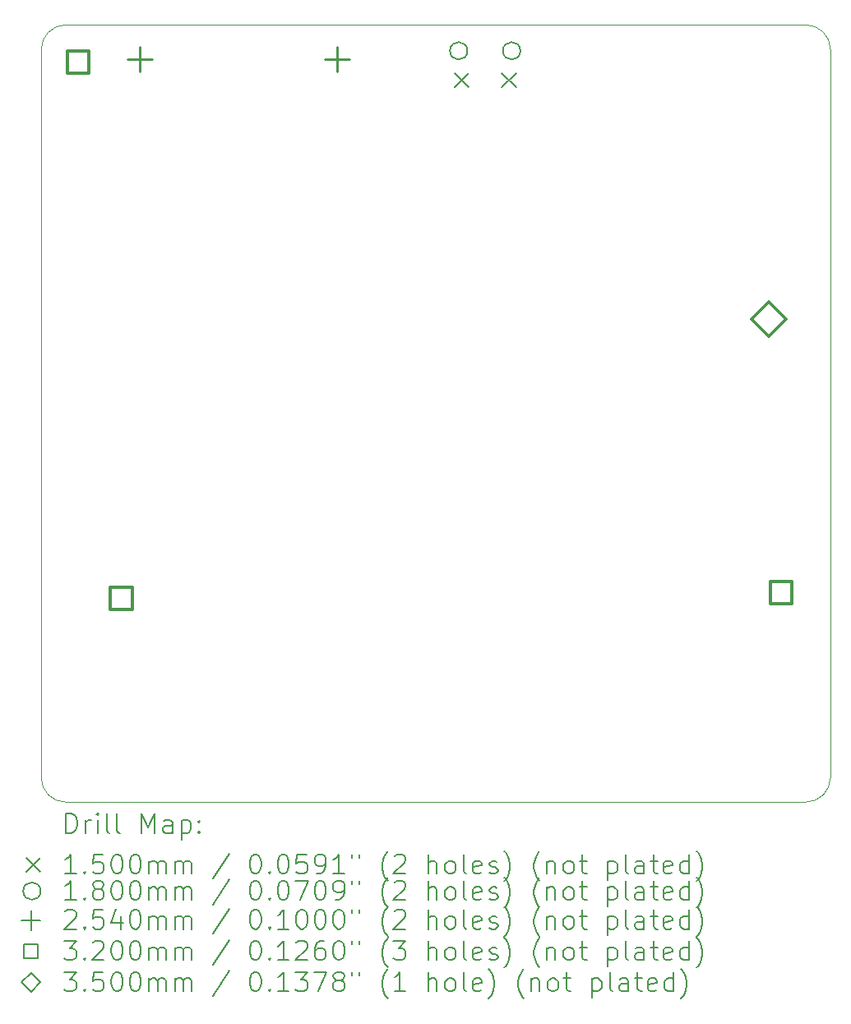
<source format=gbr>
%TF.GenerationSoftware,KiCad,Pcbnew,7.0.7*%
%TF.CreationDate,2023-09-20T10:34:12+01:00*%
%TF.ProjectId,telemetry board,74656c65-6d65-4747-9279-20626f617264,rev?*%
%TF.SameCoordinates,Original*%
%TF.FileFunction,Drillmap*%
%TF.FilePolarity,Positive*%
%FSLAX45Y45*%
G04 Gerber Fmt 4.5, Leading zero omitted, Abs format (unit mm)*
G04 Created by KiCad (PCBNEW 7.0.7) date 2023-09-20 10:34:12*
%MOMM*%
%LPD*%
G01*
G04 APERTURE LIST*
%ADD10C,0.100000*%
%ADD11C,0.200000*%
%ADD12C,0.150000*%
%ADD13C,0.180000*%
%ADD14C,0.254000*%
%ADD15C,0.320000*%
%ADD16C,0.350000*%
G04 APERTURE END LIST*
D10*
X9398000Y-5334000D02*
G75*
G03*
X9144000Y-5588000I0J-254000D01*
G01*
X17272000Y-5588000D02*
G75*
G03*
X17018000Y-5334000I-254000J0D01*
G01*
X9144000Y-5588000D02*
X9144000Y-13081000D01*
X17018000Y-5334000D02*
X9398000Y-5334000D01*
X9144000Y-13081000D02*
G75*
G03*
X9398000Y-13335000I254000J0D01*
G01*
X9398000Y-13335000D02*
X17018000Y-13335000D01*
X17272000Y-13081000D02*
X17272000Y-5588000D01*
X17018000Y-13335000D02*
G75*
G03*
X17272000Y-13081000I0J254000D01*
G01*
D11*
D12*
X13398500Y-5829000D02*
X13548500Y-5979000D01*
X13548500Y-5829000D02*
X13398500Y-5979000D01*
X13883500Y-5829000D02*
X14033500Y-5979000D01*
X14033500Y-5829000D02*
X13883500Y-5979000D01*
D13*
X13533500Y-5601000D02*
G75*
G03*
X13533500Y-5601000I-90000J0D01*
G01*
X14078500Y-5601000D02*
G75*
G03*
X14078500Y-5601000I-90000J0D01*
G01*
D14*
X10160000Y-5556250D02*
X10160000Y-5810250D01*
X10033000Y-5683250D02*
X10287000Y-5683250D01*
X12192000Y-5556250D02*
X12192000Y-5810250D01*
X12065000Y-5683250D02*
X12319000Y-5683250D01*
D15*
X9638138Y-5828138D02*
X9638138Y-5601862D01*
X9411862Y-5601862D01*
X9411862Y-5828138D01*
X9638138Y-5828138D01*
X10082638Y-11352638D02*
X10082638Y-11126362D01*
X9856362Y-11126362D01*
X9856362Y-11352638D01*
X10082638Y-11352638D01*
X16877138Y-11289138D02*
X16877138Y-11062862D01*
X16650862Y-11062862D01*
X16650862Y-11289138D01*
X16877138Y-11289138D01*
D16*
X16637000Y-8538000D02*
X16812000Y-8363000D01*
X16637000Y-8188000D01*
X16462000Y-8363000D01*
X16637000Y-8538000D01*
D11*
X9399777Y-13651484D02*
X9399777Y-13451484D01*
X9399777Y-13451484D02*
X9447396Y-13451484D01*
X9447396Y-13451484D02*
X9475967Y-13461008D01*
X9475967Y-13461008D02*
X9495015Y-13480055D01*
X9495015Y-13480055D02*
X9504539Y-13499103D01*
X9504539Y-13499103D02*
X9514063Y-13537198D01*
X9514063Y-13537198D02*
X9514063Y-13565769D01*
X9514063Y-13565769D02*
X9504539Y-13603865D01*
X9504539Y-13603865D02*
X9495015Y-13622912D01*
X9495015Y-13622912D02*
X9475967Y-13641960D01*
X9475967Y-13641960D02*
X9447396Y-13651484D01*
X9447396Y-13651484D02*
X9399777Y-13651484D01*
X9599777Y-13651484D02*
X9599777Y-13518150D01*
X9599777Y-13556246D02*
X9609301Y-13537198D01*
X9609301Y-13537198D02*
X9618824Y-13527674D01*
X9618824Y-13527674D02*
X9637872Y-13518150D01*
X9637872Y-13518150D02*
X9656920Y-13518150D01*
X9723586Y-13651484D02*
X9723586Y-13518150D01*
X9723586Y-13451484D02*
X9714063Y-13461008D01*
X9714063Y-13461008D02*
X9723586Y-13470531D01*
X9723586Y-13470531D02*
X9733110Y-13461008D01*
X9733110Y-13461008D02*
X9723586Y-13451484D01*
X9723586Y-13451484D02*
X9723586Y-13470531D01*
X9847396Y-13651484D02*
X9828348Y-13641960D01*
X9828348Y-13641960D02*
X9818824Y-13622912D01*
X9818824Y-13622912D02*
X9818824Y-13451484D01*
X9952158Y-13651484D02*
X9933110Y-13641960D01*
X9933110Y-13641960D02*
X9923586Y-13622912D01*
X9923586Y-13622912D02*
X9923586Y-13451484D01*
X10180729Y-13651484D02*
X10180729Y-13451484D01*
X10180729Y-13451484D02*
X10247396Y-13594341D01*
X10247396Y-13594341D02*
X10314063Y-13451484D01*
X10314063Y-13451484D02*
X10314063Y-13651484D01*
X10495015Y-13651484D02*
X10495015Y-13546722D01*
X10495015Y-13546722D02*
X10485491Y-13527674D01*
X10485491Y-13527674D02*
X10466444Y-13518150D01*
X10466444Y-13518150D02*
X10428348Y-13518150D01*
X10428348Y-13518150D02*
X10409301Y-13527674D01*
X10495015Y-13641960D02*
X10475967Y-13651484D01*
X10475967Y-13651484D02*
X10428348Y-13651484D01*
X10428348Y-13651484D02*
X10409301Y-13641960D01*
X10409301Y-13641960D02*
X10399777Y-13622912D01*
X10399777Y-13622912D02*
X10399777Y-13603865D01*
X10399777Y-13603865D02*
X10409301Y-13584817D01*
X10409301Y-13584817D02*
X10428348Y-13575293D01*
X10428348Y-13575293D02*
X10475967Y-13575293D01*
X10475967Y-13575293D02*
X10495015Y-13565769D01*
X10590253Y-13518150D02*
X10590253Y-13718150D01*
X10590253Y-13527674D02*
X10609301Y-13518150D01*
X10609301Y-13518150D02*
X10647396Y-13518150D01*
X10647396Y-13518150D02*
X10666444Y-13527674D01*
X10666444Y-13527674D02*
X10675967Y-13537198D01*
X10675967Y-13537198D02*
X10685491Y-13556246D01*
X10685491Y-13556246D02*
X10685491Y-13613388D01*
X10685491Y-13613388D02*
X10675967Y-13632436D01*
X10675967Y-13632436D02*
X10666444Y-13641960D01*
X10666444Y-13641960D02*
X10647396Y-13651484D01*
X10647396Y-13651484D02*
X10609301Y-13651484D01*
X10609301Y-13651484D02*
X10590253Y-13641960D01*
X10771205Y-13632436D02*
X10780729Y-13641960D01*
X10780729Y-13641960D02*
X10771205Y-13651484D01*
X10771205Y-13651484D02*
X10761682Y-13641960D01*
X10761682Y-13641960D02*
X10771205Y-13632436D01*
X10771205Y-13632436D02*
X10771205Y-13651484D01*
X10771205Y-13527674D02*
X10780729Y-13537198D01*
X10780729Y-13537198D02*
X10771205Y-13546722D01*
X10771205Y-13546722D02*
X10761682Y-13537198D01*
X10761682Y-13537198D02*
X10771205Y-13527674D01*
X10771205Y-13527674D02*
X10771205Y-13546722D01*
D12*
X8989000Y-13905000D02*
X9139000Y-14055000D01*
X9139000Y-13905000D02*
X8989000Y-14055000D01*
D11*
X9504539Y-14071484D02*
X9390253Y-14071484D01*
X9447396Y-14071484D02*
X9447396Y-13871484D01*
X9447396Y-13871484D02*
X9428348Y-13900055D01*
X9428348Y-13900055D02*
X9409301Y-13919103D01*
X9409301Y-13919103D02*
X9390253Y-13928627D01*
X9590253Y-14052436D02*
X9599777Y-14061960D01*
X9599777Y-14061960D02*
X9590253Y-14071484D01*
X9590253Y-14071484D02*
X9580729Y-14061960D01*
X9580729Y-14061960D02*
X9590253Y-14052436D01*
X9590253Y-14052436D02*
X9590253Y-14071484D01*
X9780729Y-13871484D02*
X9685491Y-13871484D01*
X9685491Y-13871484D02*
X9675967Y-13966722D01*
X9675967Y-13966722D02*
X9685491Y-13957198D01*
X9685491Y-13957198D02*
X9704539Y-13947674D01*
X9704539Y-13947674D02*
X9752158Y-13947674D01*
X9752158Y-13947674D02*
X9771205Y-13957198D01*
X9771205Y-13957198D02*
X9780729Y-13966722D01*
X9780729Y-13966722D02*
X9790253Y-13985769D01*
X9790253Y-13985769D02*
X9790253Y-14033388D01*
X9790253Y-14033388D02*
X9780729Y-14052436D01*
X9780729Y-14052436D02*
X9771205Y-14061960D01*
X9771205Y-14061960D02*
X9752158Y-14071484D01*
X9752158Y-14071484D02*
X9704539Y-14071484D01*
X9704539Y-14071484D02*
X9685491Y-14061960D01*
X9685491Y-14061960D02*
X9675967Y-14052436D01*
X9914063Y-13871484D02*
X9933110Y-13871484D01*
X9933110Y-13871484D02*
X9952158Y-13881008D01*
X9952158Y-13881008D02*
X9961682Y-13890531D01*
X9961682Y-13890531D02*
X9971205Y-13909579D01*
X9971205Y-13909579D02*
X9980729Y-13947674D01*
X9980729Y-13947674D02*
X9980729Y-13995293D01*
X9980729Y-13995293D02*
X9971205Y-14033388D01*
X9971205Y-14033388D02*
X9961682Y-14052436D01*
X9961682Y-14052436D02*
X9952158Y-14061960D01*
X9952158Y-14061960D02*
X9933110Y-14071484D01*
X9933110Y-14071484D02*
X9914063Y-14071484D01*
X9914063Y-14071484D02*
X9895015Y-14061960D01*
X9895015Y-14061960D02*
X9885491Y-14052436D01*
X9885491Y-14052436D02*
X9875967Y-14033388D01*
X9875967Y-14033388D02*
X9866444Y-13995293D01*
X9866444Y-13995293D02*
X9866444Y-13947674D01*
X9866444Y-13947674D02*
X9875967Y-13909579D01*
X9875967Y-13909579D02*
X9885491Y-13890531D01*
X9885491Y-13890531D02*
X9895015Y-13881008D01*
X9895015Y-13881008D02*
X9914063Y-13871484D01*
X10104539Y-13871484D02*
X10123586Y-13871484D01*
X10123586Y-13871484D02*
X10142634Y-13881008D01*
X10142634Y-13881008D02*
X10152158Y-13890531D01*
X10152158Y-13890531D02*
X10161682Y-13909579D01*
X10161682Y-13909579D02*
X10171205Y-13947674D01*
X10171205Y-13947674D02*
X10171205Y-13995293D01*
X10171205Y-13995293D02*
X10161682Y-14033388D01*
X10161682Y-14033388D02*
X10152158Y-14052436D01*
X10152158Y-14052436D02*
X10142634Y-14061960D01*
X10142634Y-14061960D02*
X10123586Y-14071484D01*
X10123586Y-14071484D02*
X10104539Y-14071484D01*
X10104539Y-14071484D02*
X10085491Y-14061960D01*
X10085491Y-14061960D02*
X10075967Y-14052436D01*
X10075967Y-14052436D02*
X10066444Y-14033388D01*
X10066444Y-14033388D02*
X10056920Y-13995293D01*
X10056920Y-13995293D02*
X10056920Y-13947674D01*
X10056920Y-13947674D02*
X10066444Y-13909579D01*
X10066444Y-13909579D02*
X10075967Y-13890531D01*
X10075967Y-13890531D02*
X10085491Y-13881008D01*
X10085491Y-13881008D02*
X10104539Y-13871484D01*
X10256920Y-14071484D02*
X10256920Y-13938150D01*
X10256920Y-13957198D02*
X10266444Y-13947674D01*
X10266444Y-13947674D02*
X10285491Y-13938150D01*
X10285491Y-13938150D02*
X10314063Y-13938150D01*
X10314063Y-13938150D02*
X10333110Y-13947674D01*
X10333110Y-13947674D02*
X10342634Y-13966722D01*
X10342634Y-13966722D02*
X10342634Y-14071484D01*
X10342634Y-13966722D02*
X10352158Y-13947674D01*
X10352158Y-13947674D02*
X10371205Y-13938150D01*
X10371205Y-13938150D02*
X10399777Y-13938150D01*
X10399777Y-13938150D02*
X10418825Y-13947674D01*
X10418825Y-13947674D02*
X10428348Y-13966722D01*
X10428348Y-13966722D02*
X10428348Y-14071484D01*
X10523586Y-14071484D02*
X10523586Y-13938150D01*
X10523586Y-13957198D02*
X10533110Y-13947674D01*
X10533110Y-13947674D02*
X10552158Y-13938150D01*
X10552158Y-13938150D02*
X10580729Y-13938150D01*
X10580729Y-13938150D02*
X10599777Y-13947674D01*
X10599777Y-13947674D02*
X10609301Y-13966722D01*
X10609301Y-13966722D02*
X10609301Y-14071484D01*
X10609301Y-13966722D02*
X10618825Y-13947674D01*
X10618825Y-13947674D02*
X10637872Y-13938150D01*
X10637872Y-13938150D02*
X10666444Y-13938150D01*
X10666444Y-13938150D02*
X10685491Y-13947674D01*
X10685491Y-13947674D02*
X10695015Y-13966722D01*
X10695015Y-13966722D02*
X10695015Y-14071484D01*
X11085491Y-13861960D02*
X10914063Y-14119103D01*
X11342634Y-13871484D02*
X11361682Y-13871484D01*
X11361682Y-13871484D02*
X11380729Y-13881008D01*
X11380729Y-13881008D02*
X11390253Y-13890531D01*
X11390253Y-13890531D02*
X11399777Y-13909579D01*
X11399777Y-13909579D02*
X11409301Y-13947674D01*
X11409301Y-13947674D02*
X11409301Y-13995293D01*
X11409301Y-13995293D02*
X11399777Y-14033388D01*
X11399777Y-14033388D02*
X11390253Y-14052436D01*
X11390253Y-14052436D02*
X11380729Y-14061960D01*
X11380729Y-14061960D02*
X11361682Y-14071484D01*
X11361682Y-14071484D02*
X11342634Y-14071484D01*
X11342634Y-14071484D02*
X11323586Y-14061960D01*
X11323586Y-14061960D02*
X11314063Y-14052436D01*
X11314063Y-14052436D02*
X11304539Y-14033388D01*
X11304539Y-14033388D02*
X11295015Y-13995293D01*
X11295015Y-13995293D02*
X11295015Y-13947674D01*
X11295015Y-13947674D02*
X11304539Y-13909579D01*
X11304539Y-13909579D02*
X11314063Y-13890531D01*
X11314063Y-13890531D02*
X11323586Y-13881008D01*
X11323586Y-13881008D02*
X11342634Y-13871484D01*
X11495015Y-14052436D02*
X11504539Y-14061960D01*
X11504539Y-14061960D02*
X11495015Y-14071484D01*
X11495015Y-14071484D02*
X11485491Y-14061960D01*
X11485491Y-14061960D02*
X11495015Y-14052436D01*
X11495015Y-14052436D02*
X11495015Y-14071484D01*
X11628348Y-13871484D02*
X11647396Y-13871484D01*
X11647396Y-13871484D02*
X11666444Y-13881008D01*
X11666444Y-13881008D02*
X11675967Y-13890531D01*
X11675967Y-13890531D02*
X11685491Y-13909579D01*
X11685491Y-13909579D02*
X11695015Y-13947674D01*
X11695015Y-13947674D02*
X11695015Y-13995293D01*
X11695015Y-13995293D02*
X11685491Y-14033388D01*
X11685491Y-14033388D02*
X11675967Y-14052436D01*
X11675967Y-14052436D02*
X11666444Y-14061960D01*
X11666444Y-14061960D02*
X11647396Y-14071484D01*
X11647396Y-14071484D02*
X11628348Y-14071484D01*
X11628348Y-14071484D02*
X11609301Y-14061960D01*
X11609301Y-14061960D02*
X11599777Y-14052436D01*
X11599777Y-14052436D02*
X11590253Y-14033388D01*
X11590253Y-14033388D02*
X11580729Y-13995293D01*
X11580729Y-13995293D02*
X11580729Y-13947674D01*
X11580729Y-13947674D02*
X11590253Y-13909579D01*
X11590253Y-13909579D02*
X11599777Y-13890531D01*
X11599777Y-13890531D02*
X11609301Y-13881008D01*
X11609301Y-13881008D02*
X11628348Y-13871484D01*
X11875967Y-13871484D02*
X11780729Y-13871484D01*
X11780729Y-13871484D02*
X11771206Y-13966722D01*
X11771206Y-13966722D02*
X11780729Y-13957198D01*
X11780729Y-13957198D02*
X11799777Y-13947674D01*
X11799777Y-13947674D02*
X11847396Y-13947674D01*
X11847396Y-13947674D02*
X11866444Y-13957198D01*
X11866444Y-13957198D02*
X11875967Y-13966722D01*
X11875967Y-13966722D02*
X11885491Y-13985769D01*
X11885491Y-13985769D02*
X11885491Y-14033388D01*
X11885491Y-14033388D02*
X11875967Y-14052436D01*
X11875967Y-14052436D02*
X11866444Y-14061960D01*
X11866444Y-14061960D02*
X11847396Y-14071484D01*
X11847396Y-14071484D02*
X11799777Y-14071484D01*
X11799777Y-14071484D02*
X11780729Y-14061960D01*
X11780729Y-14061960D02*
X11771206Y-14052436D01*
X11980729Y-14071484D02*
X12018825Y-14071484D01*
X12018825Y-14071484D02*
X12037872Y-14061960D01*
X12037872Y-14061960D02*
X12047396Y-14052436D01*
X12047396Y-14052436D02*
X12066444Y-14023865D01*
X12066444Y-14023865D02*
X12075967Y-13985769D01*
X12075967Y-13985769D02*
X12075967Y-13909579D01*
X12075967Y-13909579D02*
X12066444Y-13890531D01*
X12066444Y-13890531D02*
X12056920Y-13881008D01*
X12056920Y-13881008D02*
X12037872Y-13871484D01*
X12037872Y-13871484D02*
X11999777Y-13871484D01*
X11999777Y-13871484D02*
X11980729Y-13881008D01*
X11980729Y-13881008D02*
X11971206Y-13890531D01*
X11971206Y-13890531D02*
X11961682Y-13909579D01*
X11961682Y-13909579D02*
X11961682Y-13957198D01*
X11961682Y-13957198D02*
X11971206Y-13976246D01*
X11971206Y-13976246D02*
X11980729Y-13985769D01*
X11980729Y-13985769D02*
X11999777Y-13995293D01*
X11999777Y-13995293D02*
X12037872Y-13995293D01*
X12037872Y-13995293D02*
X12056920Y-13985769D01*
X12056920Y-13985769D02*
X12066444Y-13976246D01*
X12066444Y-13976246D02*
X12075967Y-13957198D01*
X12266444Y-14071484D02*
X12152158Y-14071484D01*
X12209301Y-14071484D02*
X12209301Y-13871484D01*
X12209301Y-13871484D02*
X12190253Y-13900055D01*
X12190253Y-13900055D02*
X12171206Y-13919103D01*
X12171206Y-13919103D02*
X12152158Y-13928627D01*
X12342634Y-13871484D02*
X12342634Y-13909579D01*
X12418825Y-13871484D02*
X12418825Y-13909579D01*
X12714063Y-14147674D02*
X12704539Y-14138150D01*
X12704539Y-14138150D02*
X12685491Y-14109579D01*
X12685491Y-14109579D02*
X12675968Y-14090531D01*
X12675968Y-14090531D02*
X12666444Y-14061960D01*
X12666444Y-14061960D02*
X12656920Y-14014341D01*
X12656920Y-14014341D02*
X12656920Y-13976246D01*
X12656920Y-13976246D02*
X12666444Y-13928627D01*
X12666444Y-13928627D02*
X12675968Y-13900055D01*
X12675968Y-13900055D02*
X12685491Y-13881008D01*
X12685491Y-13881008D02*
X12704539Y-13852436D01*
X12704539Y-13852436D02*
X12714063Y-13842912D01*
X12780729Y-13890531D02*
X12790253Y-13881008D01*
X12790253Y-13881008D02*
X12809301Y-13871484D01*
X12809301Y-13871484D02*
X12856920Y-13871484D01*
X12856920Y-13871484D02*
X12875968Y-13881008D01*
X12875968Y-13881008D02*
X12885491Y-13890531D01*
X12885491Y-13890531D02*
X12895015Y-13909579D01*
X12895015Y-13909579D02*
X12895015Y-13928627D01*
X12895015Y-13928627D02*
X12885491Y-13957198D01*
X12885491Y-13957198D02*
X12771206Y-14071484D01*
X12771206Y-14071484D02*
X12895015Y-14071484D01*
X13133110Y-14071484D02*
X13133110Y-13871484D01*
X13218825Y-14071484D02*
X13218825Y-13966722D01*
X13218825Y-13966722D02*
X13209301Y-13947674D01*
X13209301Y-13947674D02*
X13190253Y-13938150D01*
X13190253Y-13938150D02*
X13161682Y-13938150D01*
X13161682Y-13938150D02*
X13142634Y-13947674D01*
X13142634Y-13947674D02*
X13133110Y-13957198D01*
X13342634Y-14071484D02*
X13323587Y-14061960D01*
X13323587Y-14061960D02*
X13314063Y-14052436D01*
X13314063Y-14052436D02*
X13304539Y-14033388D01*
X13304539Y-14033388D02*
X13304539Y-13976246D01*
X13304539Y-13976246D02*
X13314063Y-13957198D01*
X13314063Y-13957198D02*
X13323587Y-13947674D01*
X13323587Y-13947674D02*
X13342634Y-13938150D01*
X13342634Y-13938150D02*
X13371206Y-13938150D01*
X13371206Y-13938150D02*
X13390253Y-13947674D01*
X13390253Y-13947674D02*
X13399777Y-13957198D01*
X13399777Y-13957198D02*
X13409301Y-13976246D01*
X13409301Y-13976246D02*
X13409301Y-14033388D01*
X13409301Y-14033388D02*
X13399777Y-14052436D01*
X13399777Y-14052436D02*
X13390253Y-14061960D01*
X13390253Y-14061960D02*
X13371206Y-14071484D01*
X13371206Y-14071484D02*
X13342634Y-14071484D01*
X13523587Y-14071484D02*
X13504539Y-14061960D01*
X13504539Y-14061960D02*
X13495015Y-14042912D01*
X13495015Y-14042912D02*
X13495015Y-13871484D01*
X13675968Y-14061960D02*
X13656920Y-14071484D01*
X13656920Y-14071484D02*
X13618825Y-14071484D01*
X13618825Y-14071484D02*
X13599777Y-14061960D01*
X13599777Y-14061960D02*
X13590253Y-14042912D01*
X13590253Y-14042912D02*
X13590253Y-13966722D01*
X13590253Y-13966722D02*
X13599777Y-13947674D01*
X13599777Y-13947674D02*
X13618825Y-13938150D01*
X13618825Y-13938150D02*
X13656920Y-13938150D01*
X13656920Y-13938150D02*
X13675968Y-13947674D01*
X13675968Y-13947674D02*
X13685491Y-13966722D01*
X13685491Y-13966722D02*
X13685491Y-13985769D01*
X13685491Y-13985769D02*
X13590253Y-14004817D01*
X13761682Y-14061960D02*
X13780730Y-14071484D01*
X13780730Y-14071484D02*
X13818825Y-14071484D01*
X13818825Y-14071484D02*
X13837872Y-14061960D01*
X13837872Y-14061960D02*
X13847396Y-14042912D01*
X13847396Y-14042912D02*
X13847396Y-14033388D01*
X13847396Y-14033388D02*
X13837872Y-14014341D01*
X13837872Y-14014341D02*
X13818825Y-14004817D01*
X13818825Y-14004817D02*
X13790253Y-14004817D01*
X13790253Y-14004817D02*
X13771206Y-13995293D01*
X13771206Y-13995293D02*
X13761682Y-13976246D01*
X13761682Y-13976246D02*
X13761682Y-13966722D01*
X13761682Y-13966722D02*
X13771206Y-13947674D01*
X13771206Y-13947674D02*
X13790253Y-13938150D01*
X13790253Y-13938150D02*
X13818825Y-13938150D01*
X13818825Y-13938150D02*
X13837872Y-13947674D01*
X13914063Y-14147674D02*
X13923587Y-14138150D01*
X13923587Y-14138150D02*
X13942634Y-14109579D01*
X13942634Y-14109579D02*
X13952158Y-14090531D01*
X13952158Y-14090531D02*
X13961682Y-14061960D01*
X13961682Y-14061960D02*
X13971206Y-14014341D01*
X13971206Y-14014341D02*
X13971206Y-13976246D01*
X13971206Y-13976246D02*
X13961682Y-13928627D01*
X13961682Y-13928627D02*
X13952158Y-13900055D01*
X13952158Y-13900055D02*
X13942634Y-13881008D01*
X13942634Y-13881008D02*
X13923587Y-13852436D01*
X13923587Y-13852436D02*
X13914063Y-13842912D01*
X14275968Y-14147674D02*
X14266444Y-14138150D01*
X14266444Y-14138150D02*
X14247396Y-14109579D01*
X14247396Y-14109579D02*
X14237872Y-14090531D01*
X14237872Y-14090531D02*
X14228349Y-14061960D01*
X14228349Y-14061960D02*
X14218825Y-14014341D01*
X14218825Y-14014341D02*
X14218825Y-13976246D01*
X14218825Y-13976246D02*
X14228349Y-13928627D01*
X14228349Y-13928627D02*
X14237872Y-13900055D01*
X14237872Y-13900055D02*
X14247396Y-13881008D01*
X14247396Y-13881008D02*
X14266444Y-13852436D01*
X14266444Y-13852436D02*
X14275968Y-13842912D01*
X14352158Y-13938150D02*
X14352158Y-14071484D01*
X14352158Y-13957198D02*
X14361682Y-13947674D01*
X14361682Y-13947674D02*
X14380730Y-13938150D01*
X14380730Y-13938150D02*
X14409301Y-13938150D01*
X14409301Y-13938150D02*
X14428349Y-13947674D01*
X14428349Y-13947674D02*
X14437872Y-13966722D01*
X14437872Y-13966722D02*
X14437872Y-14071484D01*
X14561682Y-14071484D02*
X14542634Y-14061960D01*
X14542634Y-14061960D02*
X14533111Y-14052436D01*
X14533111Y-14052436D02*
X14523587Y-14033388D01*
X14523587Y-14033388D02*
X14523587Y-13976246D01*
X14523587Y-13976246D02*
X14533111Y-13957198D01*
X14533111Y-13957198D02*
X14542634Y-13947674D01*
X14542634Y-13947674D02*
X14561682Y-13938150D01*
X14561682Y-13938150D02*
X14590253Y-13938150D01*
X14590253Y-13938150D02*
X14609301Y-13947674D01*
X14609301Y-13947674D02*
X14618825Y-13957198D01*
X14618825Y-13957198D02*
X14628349Y-13976246D01*
X14628349Y-13976246D02*
X14628349Y-14033388D01*
X14628349Y-14033388D02*
X14618825Y-14052436D01*
X14618825Y-14052436D02*
X14609301Y-14061960D01*
X14609301Y-14061960D02*
X14590253Y-14071484D01*
X14590253Y-14071484D02*
X14561682Y-14071484D01*
X14685492Y-13938150D02*
X14761682Y-13938150D01*
X14714063Y-13871484D02*
X14714063Y-14042912D01*
X14714063Y-14042912D02*
X14723587Y-14061960D01*
X14723587Y-14061960D02*
X14742634Y-14071484D01*
X14742634Y-14071484D02*
X14761682Y-14071484D01*
X14980730Y-13938150D02*
X14980730Y-14138150D01*
X14980730Y-13947674D02*
X14999777Y-13938150D01*
X14999777Y-13938150D02*
X15037873Y-13938150D01*
X15037873Y-13938150D02*
X15056920Y-13947674D01*
X15056920Y-13947674D02*
X15066444Y-13957198D01*
X15066444Y-13957198D02*
X15075968Y-13976246D01*
X15075968Y-13976246D02*
X15075968Y-14033388D01*
X15075968Y-14033388D02*
X15066444Y-14052436D01*
X15066444Y-14052436D02*
X15056920Y-14061960D01*
X15056920Y-14061960D02*
X15037873Y-14071484D01*
X15037873Y-14071484D02*
X14999777Y-14071484D01*
X14999777Y-14071484D02*
X14980730Y-14061960D01*
X15190253Y-14071484D02*
X15171206Y-14061960D01*
X15171206Y-14061960D02*
X15161682Y-14042912D01*
X15161682Y-14042912D02*
X15161682Y-13871484D01*
X15352158Y-14071484D02*
X15352158Y-13966722D01*
X15352158Y-13966722D02*
X15342634Y-13947674D01*
X15342634Y-13947674D02*
X15323587Y-13938150D01*
X15323587Y-13938150D02*
X15285492Y-13938150D01*
X15285492Y-13938150D02*
X15266444Y-13947674D01*
X15352158Y-14061960D02*
X15333111Y-14071484D01*
X15333111Y-14071484D02*
X15285492Y-14071484D01*
X15285492Y-14071484D02*
X15266444Y-14061960D01*
X15266444Y-14061960D02*
X15256920Y-14042912D01*
X15256920Y-14042912D02*
X15256920Y-14023865D01*
X15256920Y-14023865D02*
X15266444Y-14004817D01*
X15266444Y-14004817D02*
X15285492Y-13995293D01*
X15285492Y-13995293D02*
X15333111Y-13995293D01*
X15333111Y-13995293D02*
X15352158Y-13985769D01*
X15418825Y-13938150D02*
X15495015Y-13938150D01*
X15447396Y-13871484D02*
X15447396Y-14042912D01*
X15447396Y-14042912D02*
X15456920Y-14061960D01*
X15456920Y-14061960D02*
X15475968Y-14071484D01*
X15475968Y-14071484D02*
X15495015Y-14071484D01*
X15637873Y-14061960D02*
X15618825Y-14071484D01*
X15618825Y-14071484D02*
X15580730Y-14071484D01*
X15580730Y-14071484D02*
X15561682Y-14061960D01*
X15561682Y-14061960D02*
X15552158Y-14042912D01*
X15552158Y-14042912D02*
X15552158Y-13966722D01*
X15552158Y-13966722D02*
X15561682Y-13947674D01*
X15561682Y-13947674D02*
X15580730Y-13938150D01*
X15580730Y-13938150D02*
X15618825Y-13938150D01*
X15618825Y-13938150D02*
X15637873Y-13947674D01*
X15637873Y-13947674D02*
X15647396Y-13966722D01*
X15647396Y-13966722D02*
X15647396Y-13985769D01*
X15647396Y-13985769D02*
X15552158Y-14004817D01*
X15818825Y-14071484D02*
X15818825Y-13871484D01*
X15818825Y-14061960D02*
X15799777Y-14071484D01*
X15799777Y-14071484D02*
X15761682Y-14071484D01*
X15761682Y-14071484D02*
X15742634Y-14061960D01*
X15742634Y-14061960D02*
X15733111Y-14052436D01*
X15733111Y-14052436D02*
X15723587Y-14033388D01*
X15723587Y-14033388D02*
X15723587Y-13976246D01*
X15723587Y-13976246D02*
X15733111Y-13957198D01*
X15733111Y-13957198D02*
X15742634Y-13947674D01*
X15742634Y-13947674D02*
X15761682Y-13938150D01*
X15761682Y-13938150D02*
X15799777Y-13938150D01*
X15799777Y-13938150D02*
X15818825Y-13947674D01*
X15895015Y-14147674D02*
X15904539Y-14138150D01*
X15904539Y-14138150D02*
X15923587Y-14109579D01*
X15923587Y-14109579D02*
X15933111Y-14090531D01*
X15933111Y-14090531D02*
X15942634Y-14061960D01*
X15942634Y-14061960D02*
X15952158Y-14014341D01*
X15952158Y-14014341D02*
X15952158Y-13976246D01*
X15952158Y-13976246D02*
X15942634Y-13928627D01*
X15942634Y-13928627D02*
X15933111Y-13900055D01*
X15933111Y-13900055D02*
X15923587Y-13881008D01*
X15923587Y-13881008D02*
X15904539Y-13852436D01*
X15904539Y-13852436D02*
X15895015Y-13842912D01*
D13*
X9139000Y-14250000D02*
G75*
G03*
X9139000Y-14250000I-90000J0D01*
G01*
D11*
X9504539Y-14341484D02*
X9390253Y-14341484D01*
X9447396Y-14341484D02*
X9447396Y-14141484D01*
X9447396Y-14141484D02*
X9428348Y-14170055D01*
X9428348Y-14170055D02*
X9409301Y-14189103D01*
X9409301Y-14189103D02*
X9390253Y-14198627D01*
X9590253Y-14322436D02*
X9599777Y-14331960D01*
X9599777Y-14331960D02*
X9590253Y-14341484D01*
X9590253Y-14341484D02*
X9580729Y-14331960D01*
X9580729Y-14331960D02*
X9590253Y-14322436D01*
X9590253Y-14322436D02*
X9590253Y-14341484D01*
X9714063Y-14227198D02*
X9695015Y-14217674D01*
X9695015Y-14217674D02*
X9685491Y-14208150D01*
X9685491Y-14208150D02*
X9675967Y-14189103D01*
X9675967Y-14189103D02*
X9675967Y-14179579D01*
X9675967Y-14179579D02*
X9685491Y-14160531D01*
X9685491Y-14160531D02*
X9695015Y-14151008D01*
X9695015Y-14151008D02*
X9714063Y-14141484D01*
X9714063Y-14141484D02*
X9752158Y-14141484D01*
X9752158Y-14141484D02*
X9771205Y-14151008D01*
X9771205Y-14151008D02*
X9780729Y-14160531D01*
X9780729Y-14160531D02*
X9790253Y-14179579D01*
X9790253Y-14179579D02*
X9790253Y-14189103D01*
X9790253Y-14189103D02*
X9780729Y-14208150D01*
X9780729Y-14208150D02*
X9771205Y-14217674D01*
X9771205Y-14217674D02*
X9752158Y-14227198D01*
X9752158Y-14227198D02*
X9714063Y-14227198D01*
X9714063Y-14227198D02*
X9695015Y-14236722D01*
X9695015Y-14236722D02*
X9685491Y-14246246D01*
X9685491Y-14246246D02*
X9675967Y-14265293D01*
X9675967Y-14265293D02*
X9675967Y-14303388D01*
X9675967Y-14303388D02*
X9685491Y-14322436D01*
X9685491Y-14322436D02*
X9695015Y-14331960D01*
X9695015Y-14331960D02*
X9714063Y-14341484D01*
X9714063Y-14341484D02*
X9752158Y-14341484D01*
X9752158Y-14341484D02*
X9771205Y-14331960D01*
X9771205Y-14331960D02*
X9780729Y-14322436D01*
X9780729Y-14322436D02*
X9790253Y-14303388D01*
X9790253Y-14303388D02*
X9790253Y-14265293D01*
X9790253Y-14265293D02*
X9780729Y-14246246D01*
X9780729Y-14246246D02*
X9771205Y-14236722D01*
X9771205Y-14236722D02*
X9752158Y-14227198D01*
X9914063Y-14141484D02*
X9933110Y-14141484D01*
X9933110Y-14141484D02*
X9952158Y-14151008D01*
X9952158Y-14151008D02*
X9961682Y-14160531D01*
X9961682Y-14160531D02*
X9971205Y-14179579D01*
X9971205Y-14179579D02*
X9980729Y-14217674D01*
X9980729Y-14217674D02*
X9980729Y-14265293D01*
X9980729Y-14265293D02*
X9971205Y-14303388D01*
X9971205Y-14303388D02*
X9961682Y-14322436D01*
X9961682Y-14322436D02*
X9952158Y-14331960D01*
X9952158Y-14331960D02*
X9933110Y-14341484D01*
X9933110Y-14341484D02*
X9914063Y-14341484D01*
X9914063Y-14341484D02*
X9895015Y-14331960D01*
X9895015Y-14331960D02*
X9885491Y-14322436D01*
X9885491Y-14322436D02*
X9875967Y-14303388D01*
X9875967Y-14303388D02*
X9866444Y-14265293D01*
X9866444Y-14265293D02*
X9866444Y-14217674D01*
X9866444Y-14217674D02*
X9875967Y-14179579D01*
X9875967Y-14179579D02*
X9885491Y-14160531D01*
X9885491Y-14160531D02*
X9895015Y-14151008D01*
X9895015Y-14151008D02*
X9914063Y-14141484D01*
X10104539Y-14141484D02*
X10123586Y-14141484D01*
X10123586Y-14141484D02*
X10142634Y-14151008D01*
X10142634Y-14151008D02*
X10152158Y-14160531D01*
X10152158Y-14160531D02*
X10161682Y-14179579D01*
X10161682Y-14179579D02*
X10171205Y-14217674D01*
X10171205Y-14217674D02*
X10171205Y-14265293D01*
X10171205Y-14265293D02*
X10161682Y-14303388D01*
X10161682Y-14303388D02*
X10152158Y-14322436D01*
X10152158Y-14322436D02*
X10142634Y-14331960D01*
X10142634Y-14331960D02*
X10123586Y-14341484D01*
X10123586Y-14341484D02*
X10104539Y-14341484D01*
X10104539Y-14341484D02*
X10085491Y-14331960D01*
X10085491Y-14331960D02*
X10075967Y-14322436D01*
X10075967Y-14322436D02*
X10066444Y-14303388D01*
X10066444Y-14303388D02*
X10056920Y-14265293D01*
X10056920Y-14265293D02*
X10056920Y-14217674D01*
X10056920Y-14217674D02*
X10066444Y-14179579D01*
X10066444Y-14179579D02*
X10075967Y-14160531D01*
X10075967Y-14160531D02*
X10085491Y-14151008D01*
X10085491Y-14151008D02*
X10104539Y-14141484D01*
X10256920Y-14341484D02*
X10256920Y-14208150D01*
X10256920Y-14227198D02*
X10266444Y-14217674D01*
X10266444Y-14217674D02*
X10285491Y-14208150D01*
X10285491Y-14208150D02*
X10314063Y-14208150D01*
X10314063Y-14208150D02*
X10333110Y-14217674D01*
X10333110Y-14217674D02*
X10342634Y-14236722D01*
X10342634Y-14236722D02*
X10342634Y-14341484D01*
X10342634Y-14236722D02*
X10352158Y-14217674D01*
X10352158Y-14217674D02*
X10371205Y-14208150D01*
X10371205Y-14208150D02*
X10399777Y-14208150D01*
X10399777Y-14208150D02*
X10418825Y-14217674D01*
X10418825Y-14217674D02*
X10428348Y-14236722D01*
X10428348Y-14236722D02*
X10428348Y-14341484D01*
X10523586Y-14341484D02*
X10523586Y-14208150D01*
X10523586Y-14227198D02*
X10533110Y-14217674D01*
X10533110Y-14217674D02*
X10552158Y-14208150D01*
X10552158Y-14208150D02*
X10580729Y-14208150D01*
X10580729Y-14208150D02*
X10599777Y-14217674D01*
X10599777Y-14217674D02*
X10609301Y-14236722D01*
X10609301Y-14236722D02*
X10609301Y-14341484D01*
X10609301Y-14236722D02*
X10618825Y-14217674D01*
X10618825Y-14217674D02*
X10637872Y-14208150D01*
X10637872Y-14208150D02*
X10666444Y-14208150D01*
X10666444Y-14208150D02*
X10685491Y-14217674D01*
X10685491Y-14217674D02*
X10695015Y-14236722D01*
X10695015Y-14236722D02*
X10695015Y-14341484D01*
X11085491Y-14131960D02*
X10914063Y-14389103D01*
X11342634Y-14141484D02*
X11361682Y-14141484D01*
X11361682Y-14141484D02*
X11380729Y-14151008D01*
X11380729Y-14151008D02*
X11390253Y-14160531D01*
X11390253Y-14160531D02*
X11399777Y-14179579D01*
X11399777Y-14179579D02*
X11409301Y-14217674D01*
X11409301Y-14217674D02*
X11409301Y-14265293D01*
X11409301Y-14265293D02*
X11399777Y-14303388D01*
X11399777Y-14303388D02*
X11390253Y-14322436D01*
X11390253Y-14322436D02*
X11380729Y-14331960D01*
X11380729Y-14331960D02*
X11361682Y-14341484D01*
X11361682Y-14341484D02*
X11342634Y-14341484D01*
X11342634Y-14341484D02*
X11323586Y-14331960D01*
X11323586Y-14331960D02*
X11314063Y-14322436D01*
X11314063Y-14322436D02*
X11304539Y-14303388D01*
X11304539Y-14303388D02*
X11295015Y-14265293D01*
X11295015Y-14265293D02*
X11295015Y-14217674D01*
X11295015Y-14217674D02*
X11304539Y-14179579D01*
X11304539Y-14179579D02*
X11314063Y-14160531D01*
X11314063Y-14160531D02*
X11323586Y-14151008D01*
X11323586Y-14151008D02*
X11342634Y-14141484D01*
X11495015Y-14322436D02*
X11504539Y-14331960D01*
X11504539Y-14331960D02*
X11495015Y-14341484D01*
X11495015Y-14341484D02*
X11485491Y-14331960D01*
X11485491Y-14331960D02*
X11495015Y-14322436D01*
X11495015Y-14322436D02*
X11495015Y-14341484D01*
X11628348Y-14141484D02*
X11647396Y-14141484D01*
X11647396Y-14141484D02*
X11666444Y-14151008D01*
X11666444Y-14151008D02*
X11675967Y-14160531D01*
X11675967Y-14160531D02*
X11685491Y-14179579D01*
X11685491Y-14179579D02*
X11695015Y-14217674D01*
X11695015Y-14217674D02*
X11695015Y-14265293D01*
X11695015Y-14265293D02*
X11685491Y-14303388D01*
X11685491Y-14303388D02*
X11675967Y-14322436D01*
X11675967Y-14322436D02*
X11666444Y-14331960D01*
X11666444Y-14331960D02*
X11647396Y-14341484D01*
X11647396Y-14341484D02*
X11628348Y-14341484D01*
X11628348Y-14341484D02*
X11609301Y-14331960D01*
X11609301Y-14331960D02*
X11599777Y-14322436D01*
X11599777Y-14322436D02*
X11590253Y-14303388D01*
X11590253Y-14303388D02*
X11580729Y-14265293D01*
X11580729Y-14265293D02*
X11580729Y-14217674D01*
X11580729Y-14217674D02*
X11590253Y-14179579D01*
X11590253Y-14179579D02*
X11599777Y-14160531D01*
X11599777Y-14160531D02*
X11609301Y-14151008D01*
X11609301Y-14151008D02*
X11628348Y-14141484D01*
X11761682Y-14141484D02*
X11895015Y-14141484D01*
X11895015Y-14141484D02*
X11809301Y-14341484D01*
X12009301Y-14141484D02*
X12028348Y-14141484D01*
X12028348Y-14141484D02*
X12047396Y-14151008D01*
X12047396Y-14151008D02*
X12056920Y-14160531D01*
X12056920Y-14160531D02*
X12066444Y-14179579D01*
X12066444Y-14179579D02*
X12075967Y-14217674D01*
X12075967Y-14217674D02*
X12075967Y-14265293D01*
X12075967Y-14265293D02*
X12066444Y-14303388D01*
X12066444Y-14303388D02*
X12056920Y-14322436D01*
X12056920Y-14322436D02*
X12047396Y-14331960D01*
X12047396Y-14331960D02*
X12028348Y-14341484D01*
X12028348Y-14341484D02*
X12009301Y-14341484D01*
X12009301Y-14341484D02*
X11990253Y-14331960D01*
X11990253Y-14331960D02*
X11980729Y-14322436D01*
X11980729Y-14322436D02*
X11971206Y-14303388D01*
X11971206Y-14303388D02*
X11961682Y-14265293D01*
X11961682Y-14265293D02*
X11961682Y-14217674D01*
X11961682Y-14217674D02*
X11971206Y-14179579D01*
X11971206Y-14179579D02*
X11980729Y-14160531D01*
X11980729Y-14160531D02*
X11990253Y-14151008D01*
X11990253Y-14151008D02*
X12009301Y-14141484D01*
X12171206Y-14341484D02*
X12209301Y-14341484D01*
X12209301Y-14341484D02*
X12228348Y-14331960D01*
X12228348Y-14331960D02*
X12237872Y-14322436D01*
X12237872Y-14322436D02*
X12256920Y-14293865D01*
X12256920Y-14293865D02*
X12266444Y-14255769D01*
X12266444Y-14255769D02*
X12266444Y-14179579D01*
X12266444Y-14179579D02*
X12256920Y-14160531D01*
X12256920Y-14160531D02*
X12247396Y-14151008D01*
X12247396Y-14151008D02*
X12228348Y-14141484D01*
X12228348Y-14141484D02*
X12190253Y-14141484D01*
X12190253Y-14141484D02*
X12171206Y-14151008D01*
X12171206Y-14151008D02*
X12161682Y-14160531D01*
X12161682Y-14160531D02*
X12152158Y-14179579D01*
X12152158Y-14179579D02*
X12152158Y-14227198D01*
X12152158Y-14227198D02*
X12161682Y-14246246D01*
X12161682Y-14246246D02*
X12171206Y-14255769D01*
X12171206Y-14255769D02*
X12190253Y-14265293D01*
X12190253Y-14265293D02*
X12228348Y-14265293D01*
X12228348Y-14265293D02*
X12247396Y-14255769D01*
X12247396Y-14255769D02*
X12256920Y-14246246D01*
X12256920Y-14246246D02*
X12266444Y-14227198D01*
X12342634Y-14141484D02*
X12342634Y-14179579D01*
X12418825Y-14141484D02*
X12418825Y-14179579D01*
X12714063Y-14417674D02*
X12704539Y-14408150D01*
X12704539Y-14408150D02*
X12685491Y-14379579D01*
X12685491Y-14379579D02*
X12675968Y-14360531D01*
X12675968Y-14360531D02*
X12666444Y-14331960D01*
X12666444Y-14331960D02*
X12656920Y-14284341D01*
X12656920Y-14284341D02*
X12656920Y-14246246D01*
X12656920Y-14246246D02*
X12666444Y-14198627D01*
X12666444Y-14198627D02*
X12675968Y-14170055D01*
X12675968Y-14170055D02*
X12685491Y-14151008D01*
X12685491Y-14151008D02*
X12704539Y-14122436D01*
X12704539Y-14122436D02*
X12714063Y-14112912D01*
X12780729Y-14160531D02*
X12790253Y-14151008D01*
X12790253Y-14151008D02*
X12809301Y-14141484D01*
X12809301Y-14141484D02*
X12856920Y-14141484D01*
X12856920Y-14141484D02*
X12875968Y-14151008D01*
X12875968Y-14151008D02*
X12885491Y-14160531D01*
X12885491Y-14160531D02*
X12895015Y-14179579D01*
X12895015Y-14179579D02*
X12895015Y-14198627D01*
X12895015Y-14198627D02*
X12885491Y-14227198D01*
X12885491Y-14227198D02*
X12771206Y-14341484D01*
X12771206Y-14341484D02*
X12895015Y-14341484D01*
X13133110Y-14341484D02*
X13133110Y-14141484D01*
X13218825Y-14341484D02*
X13218825Y-14236722D01*
X13218825Y-14236722D02*
X13209301Y-14217674D01*
X13209301Y-14217674D02*
X13190253Y-14208150D01*
X13190253Y-14208150D02*
X13161682Y-14208150D01*
X13161682Y-14208150D02*
X13142634Y-14217674D01*
X13142634Y-14217674D02*
X13133110Y-14227198D01*
X13342634Y-14341484D02*
X13323587Y-14331960D01*
X13323587Y-14331960D02*
X13314063Y-14322436D01*
X13314063Y-14322436D02*
X13304539Y-14303388D01*
X13304539Y-14303388D02*
X13304539Y-14246246D01*
X13304539Y-14246246D02*
X13314063Y-14227198D01*
X13314063Y-14227198D02*
X13323587Y-14217674D01*
X13323587Y-14217674D02*
X13342634Y-14208150D01*
X13342634Y-14208150D02*
X13371206Y-14208150D01*
X13371206Y-14208150D02*
X13390253Y-14217674D01*
X13390253Y-14217674D02*
X13399777Y-14227198D01*
X13399777Y-14227198D02*
X13409301Y-14246246D01*
X13409301Y-14246246D02*
X13409301Y-14303388D01*
X13409301Y-14303388D02*
X13399777Y-14322436D01*
X13399777Y-14322436D02*
X13390253Y-14331960D01*
X13390253Y-14331960D02*
X13371206Y-14341484D01*
X13371206Y-14341484D02*
X13342634Y-14341484D01*
X13523587Y-14341484D02*
X13504539Y-14331960D01*
X13504539Y-14331960D02*
X13495015Y-14312912D01*
X13495015Y-14312912D02*
X13495015Y-14141484D01*
X13675968Y-14331960D02*
X13656920Y-14341484D01*
X13656920Y-14341484D02*
X13618825Y-14341484D01*
X13618825Y-14341484D02*
X13599777Y-14331960D01*
X13599777Y-14331960D02*
X13590253Y-14312912D01*
X13590253Y-14312912D02*
X13590253Y-14236722D01*
X13590253Y-14236722D02*
X13599777Y-14217674D01*
X13599777Y-14217674D02*
X13618825Y-14208150D01*
X13618825Y-14208150D02*
X13656920Y-14208150D01*
X13656920Y-14208150D02*
X13675968Y-14217674D01*
X13675968Y-14217674D02*
X13685491Y-14236722D01*
X13685491Y-14236722D02*
X13685491Y-14255769D01*
X13685491Y-14255769D02*
X13590253Y-14274817D01*
X13761682Y-14331960D02*
X13780730Y-14341484D01*
X13780730Y-14341484D02*
X13818825Y-14341484D01*
X13818825Y-14341484D02*
X13837872Y-14331960D01*
X13837872Y-14331960D02*
X13847396Y-14312912D01*
X13847396Y-14312912D02*
X13847396Y-14303388D01*
X13847396Y-14303388D02*
X13837872Y-14284341D01*
X13837872Y-14284341D02*
X13818825Y-14274817D01*
X13818825Y-14274817D02*
X13790253Y-14274817D01*
X13790253Y-14274817D02*
X13771206Y-14265293D01*
X13771206Y-14265293D02*
X13761682Y-14246246D01*
X13761682Y-14246246D02*
X13761682Y-14236722D01*
X13761682Y-14236722D02*
X13771206Y-14217674D01*
X13771206Y-14217674D02*
X13790253Y-14208150D01*
X13790253Y-14208150D02*
X13818825Y-14208150D01*
X13818825Y-14208150D02*
X13837872Y-14217674D01*
X13914063Y-14417674D02*
X13923587Y-14408150D01*
X13923587Y-14408150D02*
X13942634Y-14379579D01*
X13942634Y-14379579D02*
X13952158Y-14360531D01*
X13952158Y-14360531D02*
X13961682Y-14331960D01*
X13961682Y-14331960D02*
X13971206Y-14284341D01*
X13971206Y-14284341D02*
X13971206Y-14246246D01*
X13971206Y-14246246D02*
X13961682Y-14198627D01*
X13961682Y-14198627D02*
X13952158Y-14170055D01*
X13952158Y-14170055D02*
X13942634Y-14151008D01*
X13942634Y-14151008D02*
X13923587Y-14122436D01*
X13923587Y-14122436D02*
X13914063Y-14112912D01*
X14275968Y-14417674D02*
X14266444Y-14408150D01*
X14266444Y-14408150D02*
X14247396Y-14379579D01*
X14247396Y-14379579D02*
X14237872Y-14360531D01*
X14237872Y-14360531D02*
X14228349Y-14331960D01*
X14228349Y-14331960D02*
X14218825Y-14284341D01*
X14218825Y-14284341D02*
X14218825Y-14246246D01*
X14218825Y-14246246D02*
X14228349Y-14198627D01*
X14228349Y-14198627D02*
X14237872Y-14170055D01*
X14237872Y-14170055D02*
X14247396Y-14151008D01*
X14247396Y-14151008D02*
X14266444Y-14122436D01*
X14266444Y-14122436D02*
X14275968Y-14112912D01*
X14352158Y-14208150D02*
X14352158Y-14341484D01*
X14352158Y-14227198D02*
X14361682Y-14217674D01*
X14361682Y-14217674D02*
X14380730Y-14208150D01*
X14380730Y-14208150D02*
X14409301Y-14208150D01*
X14409301Y-14208150D02*
X14428349Y-14217674D01*
X14428349Y-14217674D02*
X14437872Y-14236722D01*
X14437872Y-14236722D02*
X14437872Y-14341484D01*
X14561682Y-14341484D02*
X14542634Y-14331960D01*
X14542634Y-14331960D02*
X14533111Y-14322436D01*
X14533111Y-14322436D02*
X14523587Y-14303388D01*
X14523587Y-14303388D02*
X14523587Y-14246246D01*
X14523587Y-14246246D02*
X14533111Y-14227198D01*
X14533111Y-14227198D02*
X14542634Y-14217674D01*
X14542634Y-14217674D02*
X14561682Y-14208150D01*
X14561682Y-14208150D02*
X14590253Y-14208150D01*
X14590253Y-14208150D02*
X14609301Y-14217674D01*
X14609301Y-14217674D02*
X14618825Y-14227198D01*
X14618825Y-14227198D02*
X14628349Y-14246246D01*
X14628349Y-14246246D02*
X14628349Y-14303388D01*
X14628349Y-14303388D02*
X14618825Y-14322436D01*
X14618825Y-14322436D02*
X14609301Y-14331960D01*
X14609301Y-14331960D02*
X14590253Y-14341484D01*
X14590253Y-14341484D02*
X14561682Y-14341484D01*
X14685492Y-14208150D02*
X14761682Y-14208150D01*
X14714063Y-14141484D02*
X14714063Y-14312912D01*
X14714063Y-14312912D02*
X14723587Y-14331960D01*
X14723587Y-14331960D02*
X14742634Y-14341484D01*
X14742634Y-14341484D02*
X14761682Y-14341484D01*
X14980730Y-14208150D02*
X14980730Y-14408150D01*
X14980730Y-14217674D02*
X14999777Y-14208150D01*
X14999777Y-14208150D02*
X15037873Y-14208150D01*
X15037873Y-14208150D02*
X15056920Y-14217674D01*
X15056920Y-14217674D02*
X15066444Y-14227198D01*
X15066444Y-14227198D02*
X15075968Y-14246246D01*
X15075968Y-14246246D02*
X15075968Y-14303388D01*
X15075968Y-14303388D02*
X15066444Y-14322436D01*
X15066444Y-14322436D02*
X15056920Y-14331960D01*
X15056920Y-14331960D02*
X15037873Y-14341484D01*
X15037873Y-14341484D02*
X14999777Y-14341484D01*
X14999777Y-14341484D02*
X14980730Y-14331960D01*
X15190253Y-14341484D02*
X15171206Y-14331960D01*
X15171206Y-14331960D02*
X15161682Y-14312912D01*
X15161682Y-14312912D02*
X15161682Y-14141484D01*
X15352158Y-14341484D02*
X15352158Y-14236722D01*
X15352158Y-14236722D02*
X15342634Y-14217674D01*
X15342634Y-14217674D02*
X15323587Y-14208150D01*
X15323587Y-14208150D02*
X15285492Y-14208150D01*
X15285492Y-14208150D02*
X15266444Y-14217674D01*
X15352158Y-14331960D02*
X15333111Y-14341484D01*
X15333111Y-14341484D02*
X15285492Y-14341484D01*
X15285492Y-14341484D02*
X15266444Y-14331960D01*
X15266444Y-14331960D02*
X15256920Y-14312912D01*
X15256920Y-14312912D02*
X15256920Y-14293865D01*
X15256920Y-14293865D02*
X15266444Y-14274817D01*
X15266444Y-14274817D02*
X15285492Y-14265293D01*
X15285492Y-14265293D02*
X15333111Y-14265293D01*
X15333111Y-14265293D02*
X15352158Y-14255769D01*
X15418825Y-14208150D02*
X15495015Y-14208150D01*
X15447396Y-14141484D02*
X15447396Y-14312912D01*
X15447396Y-14312912D02*
X15456920Y-14331960D01*
X15456920Y-14331960D02*
X15475968Y-14341484D01*
X15475968Y-14341484D02*
X15495015Y-14341484D01*
X15637873Y-14331960D02*
X15618825Y-14341484D01*
X15618825Y-14341484D02*
X15580730Y-14341484D01*
X15580730Y-14341484D02*
X15561682Y-14331960D01*
X15561682Y-14331960D02*
X15552158Y-14312912D01*
X15552158Y-14312912D02*
X15552158Y-14236722D01*
X15552158Y-14236722D02*
X15561682Y-14217674D01*
X15561682Y-14217674D02*
X15580730Y-14208150D01*
X15580730Y-14208150D02*
X15618825Y-14208150D01*
X15618825Y-14208150D02*
X15637873Y-14217674D01*
X15637873Y-14217674D02*
X15647396Y-14236722D01*
X15647396Y-14236722D02*
X15647396Y-14255769D01*
X15647396Y-14255769D02*
X15552158Y-14274817D01*
X15818825Y-14341484D02*
X15818825Y-14141484D01*
X15818825Y-14331960D02*
X15799777Y-14341484D01*
X15799777Y-14341484D02*
X15761682Y-14341484D01*
X15761682Y-14341484D02*
X15742634Y-14331960D01*
X15742634Y-14331960D02*
X15733111Y-14322436D01*
X15733111Y-14322436D02*
X15723587Y-14303388D01*
X15723587Y-14303388D02*
X15723587Y-14246246D01*
X15723587Y-14246246D02*
X15733111Y-14227198D01*
X15733111Y-14227198D02*
X15742634Y-14217674D01*
X15742634Y-14217674D02*
X15761682Y-14208150D01*
X15761682Y-14208150D02*
X15799777Y-14208150D01*
X15799777Y-14208150D02*
X15818825Y-14217674D01*
X15895015Y-14417674D02*
X15904539Y-14408150D01*
X15904539Y-14408150D02*
X15923587Y-14379579D01*
X15923587Y-14379579D02*
X15933111Y-14360531D01*
X15933111Y-14360531D02*
X15942634Y-14331960D01*
X15942634Y-14331960D02*
X15952158Y-14284341D01*
X15952158Y-14284341D02*
X15952158Y-14246246D01*
X15952158Y-14246246D02*
X15942634Y-14198627D01*
X15942634Y-14198627D02*
X15933111Y-14170055D01*
X15933111Y-14170055D02*
X15923587Y-14151008D01*
X15923587Y-14151008D02*
X15904539Y-14122436D01*
X15904539Y-14122436D02*
X15895015Y-14112912D01*
X9039000Y-14450000D02*
X9039000Y-14650000D01*
X8939000Y-14550000D02*
X9139000Y-14550000D01*
X9390253Y-14460531D02*
X9399777Y-14451008D01*
X9399777Y-14451008D02*
X9418824Y-14441484D01*
X9418824Y-14441484D02*
X9466444Y-14441484D01*
X9466444Y-14441484D02*
X9485491Y-14451008D01*
X9485491Y-14451008D02*
X9495015Y-14460531D01*
X9495015Y-14460531D02*
X9504539Y-14479579D01*
X9504539Y-14479579D02*
X9504539Y-14498627D01*
X9504539Y-14498627D02*
X9495015Y-14527198D01*
X9495015Y-14527198D02*
X9380729Y-14641484D01*
X9380729Y-14641484D02*
X9504539Y-14641484D01*
X9590253Y-14622436D02*
X9599777Y-14631960D01*
X9599777Y-14631960D02*
X9590253Y-14641484D01*
X9590253Y-14641484D02*
X9580729Y-14631960D01*
X9580729Y-14631960D02*
X9590253Y-14622436D01*
X9590253Y-14622436D02*
X9590253Y-14641484D01*
X9780729Y-14441484D02*
X9685491Y-14441484D01*
X9685491Y-14441484D02*
X9675967Y-14536722D01*
X9675967Y-14536722D02*
X9685491Y-14527198D01*
X9685491Y-14527198D02*
X9704539Y-14517674D01*
X9704539Y-14517674D02*
X9752158Y-14517674D01*
X9752158Y-14517674D02*
X9771205Y-14527198D01*
X9771205Y-14527198D02*
X9780729Y-14536722D01*
X9780729Y-14536722D02*
X9790253Y-14555769D01*
X9790253Y-14555769D02*
X9790253Y-14603388D01*
X9790253Y-14603388D02*
X9780729Y-14622436D01*
X9780729Y-14622436D02*
X9771205Y-14631960D01*
X9771205Y-14631960D02*
X9752158Y-14641484D01*
X9752158Y-14641484D02*
X9704539Y-14641484D01*
X9704539Y-14641484D02*
X9685491Y-14631960D01*
X9685491Y-14631960D02*
X9675967Y-14622436D01*
X9961682Y-14508150D02*
X9961682Y-14641484D01*
X9914063Y-14431960D02*
X9866444Y-14574817D01*
X9866444Y-14574817D02*
X9990253Y-14574817D01*
X10104539Y-14441484D02*
X10123586Y-14441484D01*
X10123586Y-14441484D02*
X10142634Y-14451008D01*
X10142634Y-14451008D02*
X10152158Y-14460531D01*
X10152158Y-14460531D02*
X10161682Y-14479579D01*
X10161682Y-14479579D02*
X10171205Y-14517674D01*
X10171205Y-14517674D02*
X10171205Y-14565293D01*
X10171205Y-14565293D02*
X10161682Y-14603388D01*
X10161682Y-14603388D02*
X10152158Y-14622436D01*
X10152158Y-14622436D02*
X10142634Y-14631960D01*
X10142634Y-14631960D02*
X10123586Y-14641484D01*
X10123586Y-14641484D02*
X10104539Y-14641484D01*
X10104539Y-14641484D02*
X10085491Y-14631960D01*
X10085491Y-14631960D02*
X10075967Y-14622436D01*
X10075967Y-14622436D02*
X10066444Y-14603388D01*
X10066444Y-14603388D02*
X10056920Y-14565293D01*
X10056920Y-14565293D02*
X10056920Y-14517674D01*
X10056920Y-14517674D02*
X10066444Y-14479579D01*
X10066444Y-14479579D02*
X10075967Y-14460531D01*
X10075967Y-14460531D02*
X10085491Y-14451008D01*
X10085491Y-14451008D02*
X10104539Y-14441484D01*
X10256920Y-14641484D02*
X10256920Y-14508150D01*
X10256920Y-14527198D02*
X10266444Y-14517674D01*
X10266444Y-14517674D02*
X10285491Y-14508150D01*
X10285491Y-14508150D02*
X10314063Y-14508150D01*
X10314063Y-14508150D02*
X10333110Y-14517674D01*
X10333110Y-14517674D02*
X10342634Y-14536722D01*
X10342634Y-14536722D02*
X10342634Y-14641484D01*
X10342634Y-14536722D02*
X10352158Y-14517674D01*
X10352158Y-14517674D02*
X10371205Y-14508150D01*
X10371205Y-14508150D02*
X10399777Y-14508150D01*
X10399777Y-14508150D02*
X10418825Y-14517674D01*
X10418825Y-14517674D02*
X10428348Y-14536722D01*
X10428348Y-14536722D02*
X10428348Y-14641484D01*
X10523586Y-14641484D02*
X10523586Y-14508150D01*
X10523586Y-14527198D02*
X10533110Y-14517674D01*
X10533110Y-14517674D02*
X10552158Y-14508150D01*
X10552158Y-14508150D02*
X10580729Y-14508150D01*
X10580729Y-14508150D02*
X10599777Y-14517674D01*
X10599777Y-14517674D02*
X10609301Y-14536722D01*
X10609301Y-14536722D02*
X10609301Y-14641484D01*
X10609301Y-14536722D02*
X10618825Y-14517674D01*
X10618825Y-14517674D02*
X10637872Y-14508150D01*
X10637872Y-14508150D02*
X10666444Y-14508150D01*
X10666444Y-14508150D02*
X10685491Y-14517674D01*
X10685491Y-14517674D02*
X10695015Y-14536722D01*
X10695015Y-14536722D02*
X10695015Y-14641484D01*
X11085491Y-14431960D02*
X10914063Y-14689103D01*
X11342634Y-14441484D02*
X11361682Y-14441484D01*
X11361682Y-14441484D02*
X11380729Y-14451008D01*
X11380729Y-14451008D02*
X11390253Y-14460531D01*
X11390253Y-14460531D02*
X11399777Y-14479579D01*
X11399777Y-14479579D02*
X11409301Y-14517674D01*
X11409301Y-14517674D02*
X11409301Y-14565293D01*
X11409301Y-14565293D02*
X11399777Y-14603388D01*
X11399777Y-14603388D02*
X11390253Y-14622436D01*
X11390253Y-14622436D02*
X11380729Y-14631960D01*
X11380729Y-14631960D02*
X11361682Y-14641484D01*
X11361682Y-14641484D02*
X11342634Y-14641484D01*
X11342634Y-14641484D02*
X11323586Y-14631960D01*
X11323586Y-14631960D02*
X11314063Y-14622436D01*
X11314063Y-14622436D02*
X11304539Y-14603388D01*
X11304539Y-14603388D02*
X11295015Y-14565293D01*
X11295015Y-14565293D02*
X11295015Y-14517674D01*
X11295015Y-14517674D02*
X11304539Y-14479579D01*
X11304539Y-14479579D02*
X11314063Y-14460531D01*
X11314063Y-14460531D02*
X11323586Y-14451008D01*
X11323586Y-14451008D02*
X11342634Y-14441484D01*
X11495015Y-14622436D02*
X11504539Y-14631960D01*
X11504539Y-14631960D02*
X11495015Y-14641484D01*
X11495015Y-14641484D02*
X11485491Y-14631960D01*
X11485491Y-14631960D02*
X11495015Y-14622436D01*
X11495015Y-14622436D02*
X11495015Y-14641484D01*
X11695015Y-14641484D02*
X11580729Y-14641484D01*
X11637872Y-14641484D02*
X11637872Y-14441484D01*
X11637872Y-14441484D02*
X11618825Y-14470055D01*
X11618825Y-14470055D02*
X11599777Y-14489103D01*
X11599777Y-14489103D02*
X11580729Y-14498627D01*
X11818825Y-14441484D02*
X11837872Y-14441484D01*
X11837872Y-14441484D02*
X11856920Y-14451008D01*
X11856920Y-14451008D02*
X11866444Y-14460531D01*
X11866444Y-14460531D02*
X11875967Y-14479579D01*
X11875967Y-14479579D02*
X11885491Y-14517674D01*
X11885491Y-14517674D02*
X11885491Y-14565293D01*
X11885491Y-14565293D02*
X11875967Y-14603388D01*
X11875967Y-14603388D02*
X11866444Y-14622436D01*
X11866444Y-14622436D02*
X11856920Y-14631960D01*
X11856920Y-14631960D02*
X11837872Y-14641484D01*
X11837872Y-14641484D02*
X11818825Y-14641484D01*
X11818825Y-14641484D02*
X11799777Y-14631960D01*
X11799777Y-14631960D02*
X11790253Y-14622436D01*
X11790253Y-14622436D02*
X11780729Y-14603388D01*
X11780729Y-14603388D02*
X11771206Y-14565293D01*
X11771206Y-14565293D02*
X11771206Y-14517674D01*
X11771206Y-14517674D02*
X11780729Y-14479579D01*
X11780729Y-14479579D02*
X11790253Y-14460531D01*
X11790253Y-14460531D02*
X11799777Y-14451008D01*
X11799777Y-14451008D02*
X11818825Y-14441484D01*
X12009301Y-14441484D02*
X12028348Y-14441484D01*
X12028348Y-14441484D02*
X12047396Y-14451008D01*
X12047396Y-14451008D02*
X12056920Y-14460531D01*
X12056920Y-14460531D02*
X12066444Y-14479579D01*
X12066444Y-14479579D02*
X12075967Y-14517674D01*
X12075967Y-14517674D02*
X12075967Y-14565293D01*
X12075967Y-14565293D02*
X12066444Y-14603388D01*
X12066444Y-14603388D02*
X12056920Y-14622436D01*
X12056920Y-14622436D02*
X12047396Y-14631960D01*
X12047396Y-14631960D02*
X12028348Y-14641484D01*
X12028348Y-14641484D02*
X12009301Y-14641484D01*
X12009301Y-14641484D02*
X11990253Y-14631960D01*
X11990253Y-14631960D02*
X11980729Y-14622436D01*
X11980729Y-14622436D02*
X11971206Y-14603388D01*
X11971206Y-14603388D02*
X11961682Y-14565293D01*
X11961682Y-14565293D02*
X11961682Y-14517674D01*
X11961682Y-14517674D02*
X11971206Y-14479579D01*
X11971206Y-14479579D02*
X11980729Y-14460531D01*
X11980729Y-14460531D02*
X11990253Y-14451008D01*
X11990253Y-14451008D02*
X12009301Y-14441484D01*
X12199777Y-14441484D02*
X12218825Y-14441484D01*
X12218825Y-14441484D02*
X12237872Y-14451008D01*
X12237872Y-14451008D02*
X12247396Y-14460531D01*
X12247396Y-14460531D02*
X12256920Y-14479579D01*
X12256920Y-14479579D02*
X12266444Y-14517674D01*
X12266444Y-14517674D02*
X12266444Y-14565293D01*
X12266444Y-14565293D02*
X12256920Y-14603388D01*
X12256920Y-14603388D02*
X12247396Y-14622436D01*
X12247396Y-14622436D02*
X12237872Y-14631960D01*
X12237872Y-14631960D02*
X12218825Y-14641484D01*
X12218825Y-14641484D02*
X12199777Y-14641484D01*
X12199777Y-14641484D02*
X12180729Y-14631960D01*
X12180729Y-14631960D02*
X12171206Y-14622436D01*
X12171206Y-14622436D02*
X12161682Y-14603388D01*
X12161682Y-14603388D02*
X12152158Y-14565293D01*
X12152158Y-14565293D02*
X12152158Y-14517674D01*
X12152158Y-14517674D02*
X12161682Y-14479579D01*
X12161682Y-14479579D02*
X12171206Y-14460531D01*
X12171206Y-14460531D02*
X12180729Y-14451008D01*
X12180729Y-14451008D02*
X12199777Y-14441484D01*
X12342634Y-14441484D02*
X12342634Y-14479579D01*
X12418825Y-14441484D02*
X12418825Y-14479579D01*
X12714063Y-14717674D02*
X12704539Y-14708150D01*
X12704539Y-14708150D02*
X12685491Y-14679579D01*
X12685491Y-14679579D02*
X12675968Y-14660531D01*
X12675968Y-14660531D02*
X12666444Y-14631960D01*
X12666444Y-14631960D02*
X12656920Y-14584341D01*
X12656920Y-14584341D02*
X12656920Y-14546246D01*
X12656920Y-14546246D02*
X12666444Y-14498627D01*
X12666444Y-14498627D02*
X12675968Y-14470055D01*
X12675968Y-14470055D02*
X12685491Y-14451008D01*
X12685491Y-14451008D02*
X12704539Y-14422436D01*
X12704539Y-14422436D02*
X12714063Y-14412912D01*
X12780729Y-14460531D02*
X12790253Y-14451008D01*
X12790253Y-14451008D02*
X12809301Y-14441484D01*
X12809301Y-14441484D02*
X12856920Y-14441484D01*
X12856920Y-14441484D02*
X12875968Y-14451008D01*
X12875968Y-14451008D02*
X12885491Y-14460531D01*
X12885491Y-14460531D02*
X12895015Y-14479579D01*
X12895015Y-14479579D02*
X12895015Y-14498627D01*
X12895015Y-14498627D02*
X12885491Y-14527198D01*
X12885491Y-14527198D02*
X12771206Y-14641484D01*
X12771206Y-14641484D02*
X12895015Y-14641484D01*
X13133110Y-14641484D02*
X13133110Y-14441484D01*
X13218825Y-14641484D02*
X13218825Y-14536722D01*
X13218825Y-14536722D02*
X13209301Y-14517674D01*
X13209301Y-14517674D02*
X13190253Y-14508150D01*
X13190253Y-14508150D02*
X13161682Y-14508150D01*
X13161682Y-14508150D02*
X13142634Y-14517674D01*
X13142634Y-14517674D02*
X13133110Y-14527198D01*
X13342634Y-14641484D02*
X13323587Y-14631960D01*
X13323587Y-14631960D02*
X13314063Y-14622436D01*
X13314063Y-14622436D02*
X13304539Y-14603388D01*
X13304539Y-14603388D02*
X13304539Y-14546246D01*
X13304539Y-14546246D02*
X13314063Y-14527198D01*
X13314063Y-14527198D02*
X13323587Y-14517674D01*
X13323587Y-14517674D02*
X13342634Y-14508150D01*
X13342634Y-14508150D02*
X13371206Y-14508150D01*
X13371206Y-14508150D02*
X13390253Y-14517674D01*
X13390253Y-14517674D02*
X13399777Y-14527198D01*
X13399777Y-14527198D02*
X13409301Y-14546246D01*
X13409301Y-14546246D02*
X13409301Y-14603388D01*
X13409301Y-14603388D02*
X13399777Y-14622436D01*
X13399777Y-14622436D02*
X13390253Y-14631960D01*
X13390253Y-14631960D02*
X13371206Y-14641484D01*
X13371206Y-14641484D02*
X13342634Y-14641484D01*
X13523587Y-14641484D02*
X13504539Y-14631960D01*
X13504539Y-14631960D02*
X13495015Y-14612912D01*
X13495015Y-14612912D02*
X13495015Y-14441484D01*
X13675968Y-14631960D02*
X13656920Y-14641484D01*
X13656920Y-14641484D02*
X13618825Y-14641484D01*
X13618825Y-14641484D02*
X13599777Y-14631960D01*
X13599777Y-14631960D02*
X13590253Y-14612912D01*
X13590253Y-14612912D02*
X13590253Y-14536722D01*
X13590253Y-14536722D02*
X13599777Y-14517674D01*
X13599777Y-14517674D02*
X13618825Y-14508150D01*
X13618825Y-14508150D02*
X13656920Y-14508150D01*
X13656920Y-14508150D02*
X13675968Y-14517674D01*
X13675968Y-14517674D02*
X13685491Y-14536722D01*
X13685491Y-14536722D02*
X13685491Y-14555769D01*
X13685491Y-14555769D02*
X13590253Y-14574817D01*
X13761682Y-14631960D02*
X13780730Y-14641484D01*
X13780730Y-14641484D02*
X13818825Y-14641484D01*
X13818825Y-14641484D02*
X13837872Y-14631960D01*
X13837872Y-14631960D02*
X13847396Y-14612912D01*
X13847396Y-14612912D02*
X13847396Y-14603388D01*
X13847396Y-14603388D02*
X13837872Y-14584341D01*
X13837872Y-14584341D02*
X13818825Y-14574817D01*
X13818825Y-14574817D02*
X13790253Y-14574817D01*
X13790253Y-14574817D02*
X13771206Y-14565293D01*
X13771206Y-14565293D02*
X13761682Y-14546246D01*
X13761682Y-14546246D02*
X13761682Y-14536722D01*
X13761682Y-14536722D02*
X13771206Y-14517674D01*
X13771206Y-14517674D02*
X13790253Y-14508150D01*
X13790253Y-14508150D02*
X13818825Y-14508150D01*
X13818825Y-14508150D02*
X13837872Y-14517674D01*
X13914063Y-14717674D02*
X13923587Y-14708150D01*
X13923587Y-14708150D02*
X13942634Y-14679579D01*
X13942634Y-14679579D02*
X13952158Y-14660531D01*
X13952158Y-14660531D02*
X13961682Y-14631960D01*
X13961682Y-14631960D02*
X13971206Y-14584341D01*
X13971206Y-14584341D02*
X13971206Y-14546246D01*
X13971206Y-14546246D02*
X13961682Y-14498627D01*
X13961682Y-14498627D02*
X13952158Y-14470055D01*
X13952158Y-14470055D02*
X13942634Y-14451008D01*
X13942634Y-14451008D02*
X13923587Y-14422436D01*
X13923587Y-14422436D02*
X13914063Y-14412912D01*
X14275968Y-14717674D02*
X14266444Y-14708150D01*
X14266444Y-14708150D02*
X14247396Y-14679579D01*
X14247396Y-14679579D02*
X14237872Y-14660531D01*
X14237872Y-14660531D02*
X14228349Y-14631960D01*
X14228349Y-14631960D02*
X14218825Y-14584341D01*
X14218825Y-14584341D02*
X14218825Y-14546246D01*
X14218825Y-14546246D02*
X14228349Y-14498627D01*
X14228349Y-14498627D02*
X14237872Y-14470055D01*
X14237872Y-14470055D02*
X14247396Y-14451008D01*
X14247396Y-14451008D02*
X14266444Y-14422436D01*
X14266444Y-14422436D02*
X14275968Y-14412912D01*
X14352158Y-14508150D02*
X14352158Y-14641484D01*
X14352158Y-14527198D02*
X14361682Y-14517674D01*
X14361682Y-14517674D02*
X14380730Y-14508150D01*
X14380730Y-14508150D02*
X14409301Y-14508150D01*
X14409301Y-14508150D02*
X14428349Y-14517674D01*
X14428349Y-14517674D02*
X14437872Y-14536722D01*
X14437872Y-14536722D02*
X14437872Y-14641484D01*
X14561682Y-14641484D02*
X14542634Y-14631960D01*
X14542634Y-14631960D02*
X14533111Y-14622436D01*
X14533111Y-14622436D02*
X14523587Y-14603388D01*
X14523587Y-14603388D02*
X14523587Y-14546246D01*
X14523587Y-14546246D02*
X14533111Y-14527198D01*
X14533111Y-14527198D02*
X14542634Y-14517674D01*
X14542634Y-14517674D02*
X14561682Y-14508150D01*
X14561682Y-14508150D02*
X14590253Y-14508150D01*
X14590253Y-14508150D02*
X14609301Y-14517674D01*
X14609301Y-14517674D02*
X14618825Y-14527198D01*
X14618825Y-14527198D02*
X14628349Y-14546246D01*
X14628349Y-14546246D02*
X14628349Y-14603388D01*
X14628349Y-14603388D02*
X14618825Y-14622436D01*
X14618825Y-14622436D02*
X14609301Y-14631960D01*
X14609301Y-14631960D02*
X14590253Y-14641484D01*
X14590253Y-14641484D02*
X14561682Y-14641484D01*
X14685492Y-14508150D02*
X14761682Y-14508150D01*
X14714063Y-14441484D02*
X14714063Y-14612912D01*
X14714063Y-14612912D02*
X14723587Y-14631960D01*
X14723587Y-14631960D02*
X14742634Y-14641484D01*
X14742634Y-14641484D02*
X14761682Y-14641484D01*
X14980730Y-14508150D02*
X14980730Y-14708150D01*
X14980730Y-14517674D02*
X14999777Y-14508150D01*
X14999777Y-14508150D02*
X15037873Y-14508150D01*
X15037873Y-14508150D02*
X15056920Y-14517674D01*
X15056920Y-14517674D02*
X15066444Y-14527198D01*
X15066444Y-14527198D02*
X15075968Y-14546246D01*
X15075968Y-14546246D02*
X15075968Y-14603388D01*
X15075968Y-14603388D02*
X15066444Y-14622436D01*
X15066444Y-14622436D02*
X15056920Y-14631960D01*
X15056920Y-14631960D02*
X15037873Y-14641484D01*
X15037873Y-14641484D02*
X14999777Y-14641484D01*
X14999777Y-14641484D02*
X14980730Y-14631960D01*
X15190253Y-14641484D02*
X15171206Y-14631960D01*
X15171206Y-14631960D02*
X15161682Y-14612912D01*
X15161682Y-14612912D02*
X15161682Y-14441484D01*
X15352158Y-14641484D02*
X15352158Y-14536722D01*
X15352158Y-14536722D02*
X15342634Y-14517674D01*
X15342634Y-14517674D02*
X15323587Y-14508150D01*
X15323587Y-14508150D02*
X15285492Y-14508150D01*
X15285492Y-14508150D02*
X15266444Y-14517674D01*
X15352158Y-14631960D02*
X15333111Y-14641484D01*
X15333111Y-14641484D02*
X15285492Y-14641484D01*
X15285492Y-14641484D02*
X15266444Y-14631960D01*
X15266444Y-14631960D02*
X15256920Y-14612912D01*
X15256920Y-14612912D02*
X15256920Y-14593865D01*
X15256920Y-14593865D02*
X15266444Y-14574817D01*
X15266444Y-14574817D02*
X15285492Y-14565293D01*
X15285492Y-14565293D02*
X15333111Y-14565293D01*
X15333111Y-14565293D02*
X15352158Y-14555769D01*
X15418825Y-14508150D02*
X15495015Y-14508150D01*
X15447396Y-14441484D02*
X15447396Y-14612912D01*
X15447396Y-14612912D02*
X15456920Y-14631960D01*
X15456920Y-14631960D02*
X15475968Y-14641484D01*
X15475968Y-14641484D02*
X15495015Y-14641484D01*
X15637873Y-14631960D02*
X15618825Y-14641484D01*
X15618825Y-14641484D02*
X15580730Y-14641484D01*
X15580730Y-14641484D02*
X15561682Y-14631960D01*
X15561682Y-14631960D02*
X15552158Y-14612912D01*
X15552158Y-14612912D02*
X15552158Y-14536722D01*
X15552158Y-14536722D02*
X15561682Y-14517674D01*
X15561682Y-14517674D02*
X15580730Y-14508150D01*
X15580730Y-14508150D02*
X15618825Y-14508150D01*
X15618825Y-14508150D02*
X15637873Y-14517674D01*
X15637873Y-14517674D02*
X15647396Y-14536722D01*
X15647396Y-14536722D02*
X15647396Y-14555769D01*
X15647396Y-14555769D02*
X15552158Y-14574817D01*
X15818825Y-14641484D02*
X15818825Y-14441484D01*
X15818825Y-14631960D02*
X15799777Y-14641484D01*
X15799777Y-14641484D02*
X15761682Y-14641484D01*
X15761682Y-14641484D02*
X15742634Y-14631960D01*
X15742634Y-14631960D02*
X15733111Y-14622436D01*
X15733111Y-14622436D02*
X15723587Y-14603388D01*
X15723587Y-14603388D02*
X15723587Y-14546246D01*
X15723587Y-14546246D02*
X15733111Y-14527198D01*
X15733111Y-14527198D02*
X15742634Y-14517674D01*
X15742634Y-14517674D02*
X15761682Y-14508150D01*
X15761682Y-14508150D02*
X15799777Y-14508150D01*
X15799777Y-14508150D02*
X15818825Y-14517674D01*
X15895015Y-14717674D02*
X15904539Y-14708150D01*
X15904539Y-14708150D02*
X15923587Y-14679579D01*
X15923587Y-14679579D02*
X15933111Y-14660531D01*
X15933111Y-14660531D02*
X15942634Y-14631960D01*
X15942634Y-14631960D02*
X15952158Y-14584341D01*
X15952158Y-14584341D02*
X15952158Y-14546246D01*
X15952158Y-14546246D02*
X15942634Y-14498627D01*
X15942634Y-14498627D02*
X15933111Y-14470055D01*
X15933111Y-14470055D02*
X15923587Y-14451008D01*
X15923587Y-14451008D02*
X15904539Y-14422436D01*
X15904539Y-14422436D02*
X15895015Y-14412912D01*
X9109711Y-14940711D02*
X9109711Y-14799289D01*
X8968289Y-14799289D01*
X8968289Y-14940711D01*
X9109711Y-14940711D01*
X9380729Y-14761484D02*
X9504539Y-14761484D01*
X9504539Y-14761484D02*
X9437872Y-14837674D01*
X9437872Y-14837674D02*
X9466444Y-14837674D01*
X9466444Y-14837674D02*
X9485491Y-14847198D01*
X9485491Y-14847198D02*
X9495015Y-14856722D01*
X9495015Y-14856722D02*
X9504539Y-14875769D01*
X9504539Y-14875769D02*
X9504539Y-14923388D01*
X9504539Y-14923388D02*
X9495015Y-14942436D01*
X9495015Y-14942436D02*
X9485491Y-14951960D01*
X9485491Y-14951960D02*
X9466444Y-14961484D01*
X9466444Y-14961484D02*
X9409301Y-14961484D01*
X9409301Y-14961484D02*
X9390253Y-14951960D01*
X9390253Y-14951960D02*
X9380729Y-14942436D01*
X9590253Y-14942436D02*
X9599777Y-14951960D01*
X9599777Y-14951960D02*
X9590253Y-14961484D01*
X9590253Y-14961484D02*
X9580729Y-14951960D01*
X9580729Y-14951960D02*
X9590253Y-14942436D01*
X9590253Y-14942436D02*
X9590253Y-14961484D01*
X9675967Y-14780531D02*
X9685491Y-14771008D01*
X9685491Y-14771008D02*
X9704539Y-14761484D01*
X9704539Y-14761484D02*
X9752158Y-14761484D01*
X9752158Y-14761484D02*
X9771205Y-14771008D01*
X9771205Y-14771008D02*
X9780729Y-14780531D01*
X9780729Y-14780531D02*
X9790253Y-14799579D01*
X9790253Y-14799579D02*
X9790253Y-14818627D01*
X9790253Y-14818627D02*
X9780729Y-14847198D01*
X9780729Y-14847198D02*
X9666444Y-14961484D01*
X9666444Y-14961484D02*
X9790253Y-14961484D01*
X9914063Y-14761484D02*
X9933110Y-14761484D01*
X9933110Y-14761484D02*
X9952158Y-14771008D01*
X9952158Y-14771008D02*
X9961682Y-14780531D01*
X9961682Y-14780531D02*
X9971205Y-14799579D01*
X9971205Y-14799579D02*
X9980729Y-14837674D01*
X9980729Y-14837674D02*
X9980729Y-14885293D01*
X9980729Y-14885293D02*
X9971205Y-14923388D01*
X9971205Y-14923388D02*
X9961682Y-14942436D01*
X9961682Y-14942436D02*
X9952158Y-14951960D01*
X9952158Y-14951960D02*
X9933110Y-14961484D01*
X9933110Y-14961484D02*
X9914063Y-14961484D01*
X9914063Y-14961484D02*
X9895015Y-14951960D01*
X9895015Y-14951960D02*
X9885491Y-14942436D01*
X9885491Y-14942436D02*
X9875967Y-14923388D01*
X9875967Y-14923388D02*
X9866444Y-14885293D01*
X9866444Y-14885293D02*
X9866444Y-14837674D01*
X9866444Y-14837674D02*
X9875967Y-14799579D01*
X9875967Y-14799579D02*
X9885491Y-14780531D01*
X9885491Y-14780531D02*
X9895015Y-14771008D01*
X9895015Y-14771008D02*
X9914063Y-14761484D01*
X10104539Y-14761484D02*
X10123586Y-14761484D01*
X10123586Y-14761484D02*
X10142634Y-14771008D01*
X10142634Y-14771008D02*
X10152158Y-14780531D01*
X10152158Y-14780531D02*
X10161682Y-14799579D01*
X10161682Y-14799579D02*
X10171205Y-14837674D01*
X10171205Y-14837674D02*
X10171205Y-14885293D01*
X10171205Y-14885293D02*
X10161682Y-14923388D01*
X10161682Y-14923388D02*
X10152158Y-14942436D01*
X10152158Y-14942436D02*
X10142634Y-14951960D01*
X10142634Y-14951960D02*
X10123586Y-14961484D01*
X10123586Y-14961484D02*
X10104539Y-14961484D01*
X10104539Y-14961484D02*
X10085491Y-14951960D01*
X10085491Y-14951960D02*
X10075967Y-14942436D01*
X10075967Y-14942436D02*
X10066444Y-14923388D01*
X10066444Y-14923388D02*
X10056920Y-14885293D01*
X10056920Y-14885293D02*
X10056920Y-14837674D01*
X10056920Y-14837674D02*
X10066444Y-14799579D01*
X10066444Y-14799579D02*
X10075967Y-14780531D01*
X10075967Y-14780531D02*
X10085491Y-14771008D01*
X10085491Y-14771008D02*
X10104539Y-14761484D01*
X10256920Y-14961484D02*
X10256920Y-14828150D01*
X10256920Y-14847198D02*
X10266444Y-14837674D01*
X10266444Y-14837674D02*
X10285491Y-14828150D01*
X10285491Y-14828150D02*
X10314063Y-14828150D01*
X10314063Y-14828150D02*
X10333110Y-14837674D01*
X10333110Y-14837674D02*
X10342634Y-14856722D01*
X10342634Y-14856722D02*
X10342634Y-14961484D01*
X10342634Y-14856722D02*
X10352158Y-14837674D01*
X10352158Y-14837674D02*
X10371205Y-14828150D01*
X10371205Y-14828150D02*
X10399777Y-14828150D01*
X10399777Y-14828150D02*
X10418825Y-14837674D01*
X10418825Y-14837674D02*
X10428348Y-14856722D01*
X10428348Y-14856722D02*
X10428348Y-14961484D01*
X10523586Y-14961484D02*
X10523586Y-14828150D01*
X10523586Y-14847198D02*
X10533110Y-14837674D01*
X10533110Y-14837674D02*
X10552158Y-14828150D01*
X10552158Y-14828150D02*
X10580729Y-14828150D01*
X10580729Y-14828150D02*
X10599777Y-14837674D01*
X10599777Y-14837674D02*
X10609301Y-14856722D01*
X10609301Y-14856722D02*
X10609301Y-14961484D01*
X10609301Y-14856722D02*
X10618825Y-14837674D01*
X10618825Y-14837674D02*
X10637872Y-14828150D01*
X10637872Y-14828150D02*
X10666444Y-14828150D01*
X10666444Y-14828150D02*
X10685491Y-14837674D01*
X10685491Y-14837674D02*
X10695015Y-14856722D01*
X10695015Y-14856722D02*
X10695015Y-14961484D01*
X11085491Y-14751960D02*
X10914063Y-15009103D01*
X11342634Y-14761484D02*
X11361682Y-14761484D01*
X11361682Y-14761484D02*
X11380729Y-14771008D01*
X11380729Y-14771008D02*
X11390253Y-14780531D01*
X11390253Y-14780531D02*
X11399777Y-14799579D01*
X11399777Y-14799579D02*
X11409301Y-14837674D01*
X11409301Y-14837674D02*
X11409301Y-14885293D01*
X11409301Y-14885293D02*
X11399777Y-14923388D01*
X11399777Y-14923388D02*
X11390253Y-14942436D01*
X11390253Y-14942436D02*
X11380729Y-14951960D01*
X11380729Y-14951960D02*
X11361682Y-14961484D01*
X11361682Y-14961484D02*
X11342634Y-14961484D01*
X11342634Y-14961484D02*
X11323586Y-14951960D01*
X11323586Y-14951960D02*
X11314063Y-14942436D01*
X11314063Y-14942436D02*
X11304539Y-14923388D01*
X11304539Y-14923388D02*
X11295015Y-14885293D01*
X11295015Y-14885293D02*
X11295015Y-14837674D01*
X11295015Y-14837674D02*
X11304539Y-14799579D01*
X11304539Y-14799579D02*
X11314063Y-14780531D01*
X11314063Y-14780531D02*
X11323586Y-14771008D01*
X11323586Y-14771008D02*
X11342634Y-14761484D01*
X11495015Y-14942436D02*
X11504539Y-14951960D01*
X11504539Y-14951960D02*
X11495015Y-14961484D01*
X11495015Y-14961484D02*
X11485491Y-14951960D01*
X11485491Y-14951960D02*
X11495015Y-14942436D01*
X11495015Y-14942436D02*
X11495015Y-14961484D01*
X11695015Y-14961484D02*
X11580729Y-14961484D01*
X11637872Y-14961484D02*
X11637872Y-14761484D01*
X11637872Y-14761484D02*
X11618825Y-14790055D01*
X11618825Y-14790055D02*
X11599777Y-14809103D01*
X11599777Y-14809103D02*
X11580729Y-14818627D01*
X11771206Y-14780531D02*
X11780729Y-14771008D01*
X11780729Y-14771008D02*
X11799777Y-14761484D01*
X11799777Y-14761484D02*
X11847396Y-14761484D01*
X11847396Y-14761484D02*
X11866444Y-14771008D01*
X11866444Y-14771008D02*
X11875967Y-14780531D01*
X11875967Y-14780531D02*
X11885491Y-14799579D01*
X11885491Y-14799579D02*
X11885491Y-14818627D01*
X11885491Y-14818627D02*
X11875967Y-14847198D01*
X11875967Y-14847198D02*
X11761682Y-14961484D01*
X11761682Y-14961484D02*
X11885491Y-14961484D01*
X12056920Y-14761484D02*
X12018825Y-14761484D01*
X12018825Y-14761484D02*
X11999777Y-14771008D01*
X11999777Y-14771008D02*
X11990253Y-14780531D01*
X11990253Y-14780531D02*
X11971206Y-14809103D01*
X11971206Y-14809103D02*
X11961682Y-14847198D01*
X11961682Y-14847198D02*
X11961682Y-14923388D01*
X11961682Y-14923388D02*
X11971206Y-14942436D01*
X11971206Y-14942436D02*
X11980729Y-14951960D01*
X11980729Y-14951960D02*
X11999777Y-14961484D01*
X11999777Y-14961484D02*
X12037872Y-14961484D01*
X12037872Y-14961484D02*
X12056920Y-14951960D01*
X12056920Y-14951960D02*
X12066444Y-14942436D01*
X12066444Y-14942436D02*
X12075967Y-14923388D01*
X12075967Y-14923388D02*
X12075967Y-14875769D01*
X12075967Y-14875769D02*
X12066444Y-14856722D01*
X12066444Y-14856722D02*
X12056920Y-14847198D01*
X12056920Y-14847198D02*
X12037872Y-14837674D01*
X12037872Y-14837674D02*
X11999777Y-14837674D01*
X11999777Y-14837674D02*
X11980729Y-14847198D01*
X11980729Y-14847198D02*
X11971206Y-14856722D01*
X11971206Y-14856722D02*
X11961682Y-14875769D01*
X12199777Y-14761484D02*
X12218825Y-14761484D01*
X12218825Y-14761484D02*
X12237872Y-14771008D01*
X12237872Y-14771008D02*
X12247396Y-14780531D01*
X12247396Y-14780531D02*
X12256920Y-14799579D01*
X12256920Y-14799579D02*
X12266444Y-14837674D01*
X12266444Y-14837674D02*
X12266444Y-14885293D01*
X12266444Y-14885293D02*
X12256920Y-14923388D01*
X12256920Y-14923388D02*
X12247396Y-14942436D01*
X12247396Y-14942436D02*
X12237872Y-14951960D01*
X12237872Y-14951960D02*
X12218825Y-14961484D01*
X12218825Y-14961484D02*
X12199777Y-14961484D01*
X12199777Y-14961484D02*
X12180729Y-14951960D01*
X12180729Y-14951960D02*
X12171206Y-14942436D01*
X12171206Y-14942436D02*
X12161682Y-14923388D01*
X12161682Y-14923388D02*
X12152158Y-14885293D01*
X12152158Y-14885293D02*
X12152158Y-14837674D01*
X12152158Y-14837674D02*
X12161682Y-14799579D01*
X12161682Y-14799579D02*
X12171206Y-14780531D01*
X12171206Y-14780531D02*
X12180729Y-14771008D01*
X12180729Y-14771008D02*
X12199777Y-14761484D01*
X12342634Y-14761484D02*
X12342634Y-14799579D01*
X12418825Y-14761484D02*
X12418825Y-14799579D01*
X12714063Y-15037674D02*
X12704539Y-15028150D01*
X12704539Y-15028150D02*
X12685491Y-14999579D01*
X12685491Y-14999579D02*
X12675968Y-14980531D01*
X12675968Y-14980531D02*
X12666444Y-14951960D01*
X12666444Y-14951960D02*
X12656920Y-14904341D01*
X12656920Y-14904341D02*
X12656920Y-14866246D01*
X12656920Y-14866246D02*
X12666444Y-14818627D01*
X12666444Y-14818627D02*
X12675968Y-14790055D01*
X12675968Y-14790055D02*
X12685491Y-14771008D01*
X12685491Y-14771008D02*
X12704539Y-14742436D01*
X12704539Y-14742436D02*
X12714063Y-14732912D01*
X12771206Y-14761484D02*
X12895015Y-14761484D01*
X12895015Y-14761484D02*
X12828348Y-14837674D01*
X12828348Y-14837674D02*
X12856920Y-14837674D01*
X12856920Y-14837674D02*
X12875968Y-14847198D01*
X12875968Y-14847198D02*
X12885491Y-14856722D01*
X12885491Y-14856722D02*
X12895015Y-14875769D01*
X12895015Y-14875769D02*
X12895015Y-14923388D01*
X12895015Y-14923388D02*
X12885491Y-14942436D01*
X12885491Y-14942436D02*
X12875968Y-14951960D01*
X12875968Y-14951960D02*
X12856920Y-14961484D01*
X12856920Y-14961484D02*
X12799777Y-14961484D01*
X12799777Y-14961484D02*
X12780729Y-14951960D01*
X12780729Y-14951960D02*
X12771206Y-14942436D01*
X13133110Y-14961484D02*
X13133110Y-14761484D01*
X13218825Y-14961484D02*
X13218825Y-14856722D01*
X13218825Y-14856722D02*
X13209301Y-14837674D01*
X13209301Y-14837674D02*
X13190253Y-14828150D01*
X13190253Y-14828150D02*
X13161682Y-14828150D01*
X13161682Y-14828150D02*
X13142634Y-14837674D01*
X13142634Y-14837674D02*
X13133110Y-14847198D01*
X13342634Y-14961484D02*
X13323587Y-14951960D01*
X13323587Y-14951960D02*
X13314063Y-14942436D01*
X13314063Y-14942436D02*
X13304539Y-14923388D01*
X13304539Y-14923388D02*
X13304539Y-14866246D01*
X13304539Y-14866246D02*
X13314063Y-14847198D01*
X13314063Y-14847198D02*
X13323587Y-14837674D01*
X13323587Y-14837674D02*
X13342634Y-14828150D01*
X13342634Y-14828150D02*
X13371206Y-14828150D01*
X13371206Y-14828150D02*
X13390253Y-14837674D01*
X13390253Y-14837674D02*
X13399777Y-14847198D01*
X13399777Y-14847198D02*
X13409301Y-14866246D01*
X13409301Y-14866246D02*
X13409301Y-14923388D01*
X13409301Y-14923388D02*
X13399777Y-14942436D01*
X13399777Y-14942436D02*
X13390253Y-14951960D01*
X13390253Y-14951960D02*
X13371206Y-14961484D01*
X13371206Y-14961484D02*
X13342634Y-14961484D01*
X13523587Y-14961484D02*
X13504539Y-14951960D01*
X13504539Y-14951960D02*
X13495015Y-14932912D01*
X13495015Y-14932912D02*
X13495015Y-14761484D01*
X13675968Y-14951960D02*
X13656920Y-14961484D01*
X13656920Y-14961484D02*
X13618825Y-14961484D01*
X13618825Y-14961484D02*
X13599777Y-14951960D01*
X13599777Y-14951960D02*
X13590253Y-14932912D01*
X13590253Y-14932912D02*
X13590253Y-14856722D01*
X13590253Y-14856722D02*
X13599777Y-14837674D01*
X13599777Y-14837674D02*
X13618825Y-14828150D01*
X13618825Y-14828150D02*
X13656920Y-14828150D01*
X13656920Y-14828150D02*
X13675968Y-14837674D01*
X13675968Y-14837674D02*
X13685491Y-14856722D01*
X13685491Y-14856722D02*
X13685491Y-14875769D01*
X13685491Y-14875769D02*
X13590253Y-14894817D01*
X13761682Y-14951960D02*
X13780730Y-14961484D01*
X13780730Y-14961484D02*
X13818825Y-14961484D01*
X13818825Y-14961484D02*
X13837872Y-14951960D01*
X13837872Y-14951960D02*
X13847396Y-14932912D01*
X13847396Y-14932912D02*
X13847396Y-14923388D01*
X13847396Y-14923388D02*
X13837872Y-14904341D01*
X13837872Y-14904341D02*
X13818825Y-14894817D01*
X13818825Y-14894817D02*
X13790253Y-14894817D01*
X13790253Y-14894817D02*
X13771206Y-14885293D01*
X13771206Y-14885293D02*
X13761682Y-14866246D01*
X13761682Y-14866246D02*
X13761682Y-14856722D01*
X13761682Y-14856722D02*
X13771206Y-14837674D01*
X13771206Y-14837674D02*
X13790253Y-14828150D01*
X13790253Y-14828150D02*
X13818825Y-14828150D01*
X13818825Y-14828150D02*
X13837872Y-14837674D01*
X13914063Y-15037674D02*
X13923587Y-15028150D01*
X13923587Y-15028150D02*
X13942634Y-14999579D01*
X13942634Y-14999579D02*
X13952158Y-14980531D01*
X13952158Y-14980531D02*
X13961682Y-14951960D01*
X13961682Y-14951960D02*
X13971206Y-14904341D01*
X13971206Y-14904341D02*
X13971206Y-14866246D01*
X13971206Y-14866246D02*
X13961682Y-14818627D01*
X13961682Y-14818627D02*
X13952158Y-14790055D01*
X13952158Y-14790055D02*
X13942634Y-14771008D01*
X13942634Y-14771008D02*
X13923587Y-14742436D01*
X13923587Y-14742436D02*
X13914063Y-14732912D01*
X14275968Y-15037674D02*
X14266444Y-15028150D01*
X14266444Y-15028150D02*
X14247396Y-14999579D01*
X14247396Y-14999579D02*
X14237872Y-14980531D01*
X14237872Y-14980531D02*
X14228349Y-14951960D01*
X14228349Y-14951960D02*
X14218825Y-14904341D01*
X14218825Y-14904341D02*
X14218825Y-14866246D01*
X14218825Y-14866246D02*
X14228349Y-14818627D01*
X14228349Y-14818627D02*
X14237872Y-14790055D01*
X14237872Y-14790055D02*
X14247396Y-14771008D01*
X14247396Y-14771008D02*
X14266444Y-14742436D01*
X14266444Y-14742436D02*
X14275968Y-14732912D01*
X14352158Y-14828150D02*
X14352158Y-14961484D01*
X14352158Y-14847198D02*
X14361682Y-14837674D01*
X14361682Y-14837674D02*
X14380730Y-14828150D01*
X14380730Y-14828150D02*
X14409301Y-14828150D01*
X14409301Y-14828150D02*
X14428349Y-14837674D01*
X14428349Y-14837674D02*
X14437872Y-14856722D01*
X14437872Y-14856722D02*
X14437872Y-14961484D01*
X14561682Y-14961484D02*
X14542634Y-14951960D01*
X14542634Y-14951960D02*
X14533111Y-14942436D01*
X14533111Y-14942436D02*
X14523587Y-14923388D01*
X14523587Y-14923388D02*
X14523587Y-14866246D01*
X14523587Y-14866246D02*
X14533111Y-14847198D01*
X14533111Y-14847198D02*
X14542634Y-14837674D01*
X14542634Y-14837674D02*
X14561682Y-14828150D01*
X14561682Y-14828150D02*
X14590253Y-14828150D01*
X14590253Y-14828150D02*
X14609301Y-14837674D01*
X14609301Y-14837674D02*
X14618825Y-14847198D01*
X14618825Y-14847198D02*
X14628349Y-14866246D01*
X14628349Y-14866246D02*
X14628349Y-14923388D01*
X14628349Y-14923388D02*
X14618825Y-14942436D01*
X14618825Y-14942436D02*
X14609301Y-14951960D01*
X14609301Y-14951960D02*
X14590253Y-14961484D01*
X14590253Y-14961484D02*
X14561682Y-14961484D01*
X14685492Y-14828150D02*
X14761682Y-14828150D01*
X14714063Y-14761484D02*
X14714063Y-14932912D01*
X14714063Y-14932912D02*
X14723587Y-14951960D01*
X14723587Y-14951960D02*
X14742634Y-14961484D01*
X14742634Y-14961484D02*
X14761682Y-14961484D01*
X14980730Y-14828150D02*
X14980730Y-15028150D01*
X14980730Y-14837674D02*
X14999777Y-14828150D01*
X14999777Y-14828150D02*
X15037873Y-14828150D01*
X15037873Y-14828150D02*
X15056920Y-14837674D01*
X15056920Y-14837674D02*
X15066444Y-14847198D01*
X15066444Y-14847198D02*
X15075968Y-14866246D01*
X15075968Y-14866246D02*
X15075968Y-14923388D01*
X15075968Y-14923388D02*
X15066444Y-14942436D01*
X15066444Y-14942436D02*
X15056920Y-14951960D01*
X15056920Y-14951960D02*
X15037873Y-14961484D01*
X15037873Y-14961484D02*
X14999777Y-14961484D01*
X14999777Y-14961484D02*
X14980730Y-14951960D01*
X15190253Y-14961484D02*
X15171206Y-14951960D01*
X15171206Y-14951960D02*
X15161682Y-14932912D01*
X15161682Y-14932912D02*
X15161682Y-14761484D01*
X15352158Y-14961484D02*
X15352158Y-14856722D01*
X15352158Y-14856722D02*
X15342634Y-14837674D01*
X15342634Y-14837674D02*
X15323587Y-14828150D01*
X15323587Y-14828150D02*
X15285492Y-14828150D01*
X15285492Y-14828150D02*
X15266444Y-14837674D01*
X15352158Y-14951960D02*
X15333111Y-14961484D01*
X15333111Y-14961484D02*
X15285492Y-14961484D01*
X15285492Y-14961484D02*
X15266444Y-14951960D01*
X15266444Y-14951960D02*
X15256920Y-14932912D01*
X15256920Y-14932912D02*
X15256920Y-14913865D01*
X15256920Y-14913865D02*
X15266444Y-14894817D01*
X15266444Y-14894817D02*
X15285492Y-14885293D01*
X15285492Y-14885293D02*
X15333111Y-14885293D01*
X15333111Y-14885293D02*
X15352158Y-14875769D01*
X15418825Y-14828150D02*
X15495015Y-14828150D01*
X15447396Y-14761484D02*
X15447396Y-14932912D01*
X15447396Y-14932912D02*
X15456920Y-14951960D01*
X15456920Y-14951960D02*
X15475968Y-14961484D01*
X15475968Y-14961484D02*
X15495015Y-14961484D01*
X15637873Y-14951960D02*
X15618825Y-14961484D01*
X15618825Y-14961484D02*
X15580730Y-14961484D01*
X15580730Y-14961484D02*
X15561682Y-14951960D01*
X15561682Y-14951960D02*
X15552158Y-14932912D01*
X15552158Y-14932912D02*
X15552158Y-14856722D01*
X15552158Y-14856722D02*
X15561682Y-14837674D01*
X15561682Y-14837674D02*
X15580730Y-14828150D01*
X15580730Y-14828150D02*
X15618825Y-14828150D01*
X15618825Y-14828150D02*
X15637873Y-14837674D01*
X15637873Y-14837674D02*
X15647396Y-14856722D01*
X15647396Y-14856722D02*
X15647396Y-14875769D01*
X15647396Y-14875769D02*
X15552158Y-14894817D01*
X15818825Y-14961484D02*
X15818825Y-14761484D01*
X15818825Y-14951960D02*
X15799777Y-14961484D01*
X15799777Y-14961484D02*
X15761682Y-14961484D01*
X15761682Y-14961484D02*
X15742634Y-14951960D01*
X15742634Y-14951960D02*
X15733111Y-14942436D01*
X15733111Y-14942436D02*
X15723587Y-14923388D01*
X15723587Y-14923388D02*
X15723587Y-14866246D01*
X15723587Y-14866246D02*
X15733111Y-14847198D01*
X15733111Y-14847198D02*
X15742634Y-14837674D01*
X15742634Y-14837674D02*
X15761682Y-14828150D01*
X15761682Y-14828150D02*
X15799777Y-14828150D01*
X15799777Y-14828150D02*
X15818825Y-14837674D01*
X15895015Y-15037674D02*
X15904539Y-15028150D01*
X15904539Y-15028150D02*
X15923587Y-14999579D01*
X15923587Y-14999579D02*
X15933111Y-14980531D01*
X15933111Y-14980531D02*
X15942634Y-14951960D01*
X15942634Y-14951960D02*
X15952158Y-14904341D01*
X15952158Y-14904341D02*
X15952158Y-14866246D01*
X15952158Y-14866246D02*
X15942634Y-14818627D01*
X15942634Y-14818627D02*
X15933111Y-14790055D01*
X15933111Y-14790055D02*
X15923587Y-14771008D01*
X15923587Y-14771008D02*
X15904539Y-14742436D01*
X15904539Y-14742436D02*
X15895015Y-14732912D01*
X9039000Y-15290000D02*
X9139000Y-15190000D01*
X9039000Y-15090000D01*
X8939000Y-15190000D01*
X9039000Y-15290000D01*
X9380729Y-15081484D02*
X9504539Y-15081484D01*
X9504539Y-15081484D02*
X9437872Y-15157674D01*
X9437872Y-15157674D02*
X9466444Y-15157674D01*
X9466444Y-15157674D02*
X9485491Y-15167198D01*
X9485491Y-15167198D02*
X9495015Y-15176722D01*
X9495015Y-15176722D02*
X9504539Y-15195769D01*
X9504539Y-15195769D02*
X9504539Y-15243388D01*
X9504539Y-15243388D02*
X9495015Y-15262436D01*
X9495015Y-15262436D02*
X9485491Y-15271960D01*
X9485491Y-15271960D02*
X9466444Y-15281484D01*
X9466444Y-15281484D02*
X9409301Y-15281484D01*
X9409301Y-15281484D02*
X9390253Y-15271960D01*
X9390253Y-15271960D02*
X9380729Y-15262436D01*
X9590253Y-15262436D02*
X9599777Y-15271960D01*
X9599777Y-15271960D02*
X9590253Y-15281484D01*
X9590253Y-15281484D02*
X9580729Y-15271960D01*
X9580729Y-15271960D02*
X9590253Y-15262436D01*
X9590253Y-15262436D02*
X9590253Y-15281484D01*
X9780729Y-15081484D02*
X9685491Y-15081484D01*
X9685491Y-15081484D02*
X9675967Y-15176722D01*
X9675967Y-15176722D02*
X9685491Y-15167198D01*
X9685491Y-15167198D02*
X9704539Y-15157674D01*
X9704539Y-15157674D02*
X9752158Y-15157674D01*
X9752158Y-15157674D02*
X9771205Y-15167198D01*
X9771205Y-15167198D02*
X9780729Y-15176722D01*
X9780729Y-15176722D02*
X9790253Y-15195769D01*
X9790253Y-15195769D02*
X9790253Y-15243388D01*
X9790253Y-15243388D02*
X9780729Y-15262436D01*
X9780729Y-15262436D02*
X9771205Y-15271960D01*
X9771205Y-15271960D02*
X9752158Y-15281484D01*
X9752158Y-15281484D02*
X9704539Y-15281484D01*
X9704539Y-15281484D02*
X9685491Y-15271960D01*
X9685491Y-15271960D02*
X9675967Y-15262436D01*
X9914063Y-15081484D02*
X9933110Y-15081484D01*
X9933110Y-15081484D02*
X9952158Y-15091008D01*
X9952158Y-15091008D02*
X9961682Y-15100531D01*
X9961682Y-15100531D02*
X9971205Y-15119579D01*
X9971205Y-15119579D02*
X9980729Y-15157674D01*
X9980729Y-15157674D02*
X9980729Y-15205293D01*
X9980729Y-15205293D02*
X9971205Y-15243388D01*
X9971205Y-15243388D02*
X9961682Y-15262436D01*
X9961682Y-15262436D02*
X9952158Y-15271960D01*
X9952158Y-15271960D02*
X9933110Y-15281484D01*
X9933110Y-15281484D02*
X9914063Y-15281484D01*
X9914063Y-15281484D02*
X9895015Y-15271960D01*
X9895015Y-15271960D02*
X9885491Y-15262436D01*
X9885491Y-15262436D02*
X9875967Y-15243388D01*
X9875967Y-15243388D02*
X9866444Y-15205293D01*
X9866444Y-15205293D02*
X9866444Y-15157674D01*
X9866444Y-15157674D02*
X9875967Y-15119579D01*
X9875967Y-15119579D02*
X9885491Y-15100531D01*
X9885491Y-15100531D02*
X9895015Y-15091008D01*
X9895015Y-15091008D02*
X9914063Y-15081484D01*
X10104539Y-15081484D02*
X10123586Y-15081484D01*
X10123586Y-15081484D02*
X10142634Y-15091008D01*
X10142634Y-15091008D02*
X10152158Y-15100531D01*
X10152158Y-15100531D02*
X10161682Y-15119579D01*
X10161682Y-15119579D02*
X10171205Y-15157674D01*
X10171205Y-15157674D02*
X10171205Y-15205293D01*
X10171205Y-15205293D02*
X10161682Y-15243388D01*
X10161682Y-15243388D02*
X10152158Y-15262436D01*
X10152158Y-15262436D02*
X10142634Y-15271960D01*
X10142634Y-15271960D02*
X10123586Y-15281484D01*
X10123586Y-15281484D02*
X10104539Y-15281484D01*
X10104539Y-15281484D02*
X10085491Y-15271960D01*
X10085491Y-15271960D02*
X10075967Y-15262436D01*
X10075967Y-15262436D02*
X10066444Y-15243388D01*
X10066444Y-15243388D02*
X10056920Y-15205293D01*
X10056920Y-15205293D02*
X10056920Y-15157674D01*
X10056920Y-15157674D02*
X10066444Y-15119579D01*
X10066444Y-15119579D02*
X10075967Y-15100531D01*
X10075967Y-15100531D02*
X10085491Y-15091008D01*
X10085491Y-15091008D02*
X10104539Y-15081484D01*
X10256920Y-15281484D02*
X10256920Y-15148150D01*
X10256920Y-15167198D02*
X10266444Y-15157674D01*
X10266444Y-15157674D02*
X10285491Y-15148150D01*
X10285491Y-15148150D02*
X10314063Y-15148150D01*
X10314063Y-15148150D02*
X10333110Y-15157674D01*
X10333110Y-15157674D02*
X10342634Y-15176722D01*
X10342634Y-15176722D02*
X10342634Y-15281484D01*
X10342634Y-15176722D02*
X10352158Y-15157674D01*
X10352158Y-15157674D02*
X10371205Y-15148150D01*
X10371205Y-15148150D02*
X10399777Y-15148150D01*
X10399777Y-15148150D02*
X10418825Y-15157674D01*
X10418825Y-15157674D02*
X10428348Y-15176722D01*
X10428348Y-15176722D02*
X10428348Y-15281484D01*
X10523586Y-15281484D02*
X10523586Y-15148150D01*
X10523586Y-15167198D02*
X10533110Y-15157674D01*
X10533110Y-15157674D02*
X10552158Y-15148150D01*
X10552158Y-15148150D02*
X10580729Y-15148150D01*
X10580729Y-15148150D02*
X10599777Y-15157674D01*
X10599777Y-15157674D02*
X10609301Y-15176722D01*
X10609301Y-15176722D02*
X10609301Y-15281484D01*
X10609301Y-15176722D02*
X10618825Y-15157674D01*
X10618825Y-15157674D02*
X10637872Y-15148150D01*
X10637872Y-15148150D02*
X10666444Y-15148150D01*
X10666444Y-15148150D02*
X10685491Y-15157674D01*
X10685491Y-15157674D02*
X10695015Y-15176722D01*
X10695015Y-15176722D02*
X10695015Y-15281484D01*
X11085491Y-15071960D02*
X10914063Y-15329103D01*
X11342634Y-15081484D02*
X11361682Y-15081484D01*
X11361682Y-15081484D02*
X11380729Y-15091008D01*
X11380729Y-15091008D02*
X11390253Y-15100531D01*
X11390253Y-15100531D02*
X11399777Y-15119579D01*
X11399777Y-15119579D02*
X11409301Y-15157674D01*
X11409301Y-15157674D02*
X11409301Y-15205293D01*
X11409301Y-15205293D02*
X11399777Y-15243388D01*
X11399777Y-15243388D02*
X11390253Y-15262436D01*
X11390253Y-15262436D02*
X11380729Y-15271960D01*
X11380729Y-15271960D02*
X11361682Y-15281484D01*
X11361682Y-15281484D02*
X11342634Y-15281484D01*
X11342634Y-15281484D02*
X11323586Y-15271960D01*
X11323586Y-15271960D02*
X11314063Y-15262436D01*
X11314063Y-15262436D02*
X11304539Y-15243388D01*
X11304539Y-15243388D02*
X11295015Y-15205293D01*
X11295015Y-15205293D02*
X11295015Y-15157674D01*
X11295015Y-15157674D02*
X11304539Y-15119579D01*
X11304539Y-15119579D02*
X11314063Y-15100531D01*
X11314063Y-15100531D02*
X11323586Y-15091008D01*
X11323586Y-15091008D02*
X11342634Y-15081484D01*
X11495015Y-15262436D02*
X11504539Y-15271960D01*
X11504539Y-15271960D02*
X11495015Y-15281484D01*
X11495015Y-15281484D02*
X11485491Y-15271960D01*
X11485491Y-15271960D02*
X11495015Y-15262436D01*
X11495015Y-15262436D02*
X11495015Y-15281484D01*
X11695015Y-15281484D02*
X11580729Y-15281484D01*
X11637872Y-15281484D02*
X11637872Y-15081484D01*
X11637872Y-15081484D02*
X11618825Y-15110055D01*
X11618825Y-15110055D02*
X11599777Y-15129103D01*
X11599777Y-15129103D02*
X11580729Y-15138627D01*
X11761682Y-15081484D02*
X11885491Y-15081484D01*
X11885491Y-15081484D02*
X11818825Y-15157674D01*
X11818825Y-15157674D02*
X11847396Y-15157674D01*
X11847396Y-15157674D02*
X11866444Y-15167198D01*
X11866444Y-15167198D02*
X11875967Y-15176722D01*
X11875967Y-15176722D02*
X11885491Y-15195769D01*
X11885491Y-15195769D02*
X11885491Y-15243388D01*
X11885491Y-15243388D02*
X11875967Y-15262436D01*
X11875967Y-15262436D02*
X11866444Y-15271960D01*
X11866444Y-15271960D02*
X11847396Y-15281484D01*
X11847396Y-15281484D02*
X11790253Y-15281484D01*
X11790253Y-15281484D02*
X11771206Y-15271960D01*
X11771206Y-15271960D02*
X11761682Y-15262436D01*
X11952158Y-15081484D02*
X12085491Y-15081484D01*
X12085491Y-15081484D02*
X11999777Y-15281484D01*
X12190253Y-15167198D02*
X12171206Y-15157674D01*
X12171206Y-15157674D02*
X12161682Y-15148150D01*
X12161682Y-15148150D02*
X12152158Y-15129103D01*
X12152158Y-15129103D02*
X12152158Y-15119579D01*
X12152158Y-15119579D02*
X12161682Y-15100531D01*
X12161682Y-15100531D02*
X12171206Y-15091008D01*
X12171206Y-15091008D02*
X12190253Y-15081484D01*
X12190253Y-15081484D02*
X12228348Y-15081484D01*
X12228348Y-15081484D02*
X12247396Y-15091008D01*
X12247396Y-15091008D02*
X12256920Y-15100531D01*
X12256920Y-15100531D02*
X12266444Y-15119579D01*
X12266444Y-15119579D02*
X12266444Y-15129103D01*
X12266444Y-15129103D02*
X12256920Y-15148150D01*
X12256920Y-15148150D02*
X12247396Y-15157674D01*
X12247396Y-15157674D02*
X12228348Y-15167198D01*
X12228348Y-15167198D02*
X12190253Y-15167198D01*
X12190253Y-15167198D02*
X12171206Y-15176722D01*
X12171206Y-15176722D02*
X12161682Y-15186246D01*
X12161682Y-15186246D02*
X12152158Y-15205293D01*
X12152158Y-15205293D02*
X12152158Y-15243388D01*
X12152158Y-15243388D02*
X12161682Y-15262436D01*
X12161682Y-15262436D02*
X12171206Y-15271960D01*
X12171206Y-15271960D02*
X12190253Y-15281484D01*
X12190253Y-15281484D02*
X12228348Y-15281484D01*
X12228348Y-15281484D02*
X12247396Y-15271960D01*
X12247396Y-15271960D02*
X12256920Y-15262436D01*
X12256920Y-15262436D02*
X12266444Y-15243388D01*
X12266444Y-15243388D02*
X12266444Y-15205293D01*
X12266444Y-15205293D02*
X12256920Y-15186246D01*
X12256920Y-15186246D02*
X12247396Y-15176722D01*
X12247396Y-15176722D02*
X12228348Y-15167198D01*
X12342634Y-15081484D02*
X12342634Y-15119579D01*
X12418825Y-15081484D02*
X12418825Y-15119579D01*
X12714063Y-15357674D02*
X12704539Y-15348150D01*
X12704539Y-15348150D02*
X12685491Y-15319579D01*
X12685491Y-15319579D02*
X12675968Y-15300531D01*
X12675968Y-15300531D02*
X12666444Y-15271960D01*
X12666444Y-15271960D02*
X12656920Y-15224341D01*
X12656920Y-15224341D02*
X12656920Y-15186246D01*
X12656920Y-15186246D02*
X12666444Y-15138627D01*
X12666444Y-15138627D02*
X12675968Y-15110055D01*
X12675968Y-15110055D02*
X12685491Y-15091008D01*
X12685491Y-15091008D02*
X12704539Y-15062436D01*
X12704539Y-15062436D02*
X12714063Y-15052912D01*
X12895015Y-15281484D02*
X12780729Y-15281484D01*
X12837872Y-15281484D02*
X12837872Y-15081484D01*
X12837872Y-15081484D02*
X12818825Y-15110055D01*
X12818825Y-15110055D02*
X12799777Y-15129103D01*
X12799777Y-15129103D02*
X12780729Y-15138627D01*
X13133110Y-15281484D02*
X13133110Y-15081484D01*
X13218825Y-15281484D02*
X13218825Y-15176722D01*
X13218825Y-15176722D02*
X13209301Y-15157674D01*
X13209301Y-15157674D02*
X13190253Y-15148150D01*
X13190253Y-15148150D02*
X13161682Y-15148150D01*
X13161682Y-15148150D02*
X13142634Y-15157674D01*
X13142634Y-15157674D02*
X13133110Y-15167198D01*
X13342634Y-15281484D02*
X13323587Y-15271960D01*
X13323587Y-15271960D02*
X13314063Y-15262436D01*
X13314063Y-15262436D02*
X13304539Y-15243388D01*
X13304539Y-15243388D02*
X13304539Y-15186246D01*
X13304539Y-15186246D02*
X13314063Y-15167198D01*
X13314063Y-15167198D02*
X13323587Y-15157674D01*
X13323587Y-15157674D02*
X13342634Y-15148150D01*
X13342634Y-15148150D02*
X13371206Y-15148150D01*
X13371206Y-15148150D02*
X13390253Y-15157674D01*
X13390253Y-15157674D02*
X13399777Y-15167198D01*
X13399777Y-15167198D02*
X13409301Y-15186246D01*
X13409301Y-15186246D02*
X13409301Y-15243388D01*
X13409301Y-15243388D02*
X13399777Y-15262436D01*
X13399777Y-15262436D02*
X13390253Y-15271960D01*
X13390253Y-15271960D02*
X13371206Y-15281484D01*
X13371206Y-15281484D02*
X13342634Y-15281484D01*
X13523587Y-15281484D02*
X13504539Y-15271960D01*
X13504539Y-15271960D02*
X13495015Y-15252912D01*
X13495015Y-15252912D02*
X13495015Y-15081484D01*
X13675968Y-15271960D02*
X13656920Y-15281484D01*
X13656920Y-15281484D02*
X13618825Y-15281484D01*
X13618825Y-15281484D02*
X13599777Y-15271960D01*
X13599777Y-15271960D02*
X13590253Y-15252912D01*
X13590253Y-15252912D02*
X13590253Y-15176722D01*
X13590253Y-15176722D02*
X13599777Y-15157674D01*
X13599777Y-15157674D02*
X13618825Y-15148150D01*
X13618825Y-15148150D02*
X13656920Y-15148150D01*
X13656920Y-15148150D02*
X13675968Y-15157674D01*
X13675968Y-15157674D02*
X13685491Y-15176722D01*
X13685491Y-15176722D02*
X13685491Y-15195769D01*
X13685491Y-15195769D02*
X13590253Y-15214817D01*
X13752158Y-15357674D02*
X13761682Y-15348150D01*
X13761682Y-15348150D02*
X13780730Y-15319579D01*
X13780730Y-15319579D02*
X13790253Y-15300531D01*
X13790253Y-15300531D02*
X13799777Y-15271960D01*
X13799777Y-15271960D02*
X13809301Y-15224341D01*
X13809301Y-15224341D02*
X13809301Y-15186246D01*
X13809301Y-15186246D02*
X13799777Y-15138627D01*
X13799777Y-15138627D02*
X13790253Y-15110055D01*
X13790253Y-15110055D02*
X13780730Y-15091008D01*
X13780730Y-15091008D02*
X13761682Y-15062436D01*
X13761682Y-15062436D02*
X13752158Y-15052912D01*
X14114063Y-15357674D02*
X14104539Y-15348150D01*
X14104539Y-15348150D02*
X14085491Y-15319579D01*
X14085491Y-15319579D02*
X14075968Y-15300531D01*
X14075968Y-15300531D02*
X14066444Y-15271960D01*
X14066444Y-15271960D02*
X14056920Y-15224341D01*
X14056920Y-15224341D02*
X14056920Y-15186246D01*
X14056920Y-15186246D02*
X14066444Y-15138627D01*
X14066444Y-15138627D02*
X14075968Y-15110055D01*
X14075968Y-15110055D02*
X14085491Y-15091008D01*
X14085491Y-15091008D02*
X14104539Y-15062436D01*
X14104539Y-15062436D02*
X14114063Y-15052912D01*
X14190253Y-15148150D02*
X14190253Y-15281484D01*
X14190253Y-15167198D02*
X14199777Y-15157674D01*
X14199777Y-15157674D02*
X14218825Y-15148150D01*
X14218825Y-15148150D02*
X14247396Y-15148150D01*
X14247396Y-15148150D02*
X14266444Y-15157674D01*
X14266444Y-15157674D02*
X14275968Y-15176722D01*
X14275968Y-15176722D02*
X14275968Y-15281484D01*
X14399777Y-15281484D02*
X14380730Y-15271960D01*
X14380730Y-15271960D02*
X14371206Y-15262436D01*
X14371206Y-15262436D02*
X14361682Y-15243388D01*
X14361682Y-15243388D02*
X14361682Y-15186246D01*
X14361682Y-15186246D02*
X14371206Y-15167198D01*
X14371206Y-15167198D02*
X14380730Y-15157674D01*
X14380730Y-15157674D02*
X14399777Y-15148150D01*
X14399777Y-15148150D02*
X14428349Y-15148150D01*
X14428349Y-15148150D02*
X14447396Y-15157674D01*
X14447396Y-15157674D02*
X14456920Y-15167198D01*
X14456920Y-15167198D02*
X14466444Y-15186246D01*
X14466444Y-15186246D02*
X14466444Y-15243388D01*
X14466444Y-15243388D02*
X14456920Y-15262436D01*
X14456920Y-15262436D02*
X14447396Y-15271960D01*
X14447396Y-15271960D02*
X14428349Y-15281484D01*
X14428349Y-15281484D02*
X14399777Y-15281484D01*
X14523587Y-15148150D02*
X14599777Y-15148150D01*
X14552158Y-15081484D02*
X14552158Y-15252912D01*
X14552158Y-15252912D02*
X14561682Y-15271960D01*
X14561682Y-15271960D02*
X14580730Y-15281484D01*
X14580730Y-15281484D02*
X14599777Y-15281484D01*
X14818825Y-15148150D02*
X14818825Y-15348150D01*
X14818825Y-15157674D02*
X14837872Y-15148150D01*
X14837872Y-15148150D02*
X14875968Y-15148150D01*
X14875968Y-15148150D02*
X14895015Y-15157674D01*
X14895015Y-15157674D02*
X14904539Y-15167198D01*
X14904539Y-15167198D02*
X14914063Y-15186246D01*
X14914063Y-15186246D02*
X14914063Y-15243388D01*
X14914063Y-15243388D02*
X14904539Y-15262436D01*
X14904539Y-15262436D02*
X14895015Y-15271960D01*
X14895015Y-15271960D02*
X14875968Y-15281484D01*
X14875968Y-15281484D02*
X14837872Y-15281484D01*
X14837872Y-15281484D02*
X14818825Y-15271960D01*
X15028349Y-15281484D02*
X15009301Y-15271960D01*
X15009301Y-15271960D02*
X14999777Y-15252912D01*
X14999777Y-15252912D02*
X14999777Y-15081484D01*
X15190253Y-15281484D02*
X15190253Y-15176722D01*
X15190253Y-15176722D02*
X15180730Y-15157674D01*
X15180730Y-15157674D02*
X15161682Y-15148150D01*
X15161682Y-15148150D02*
X15123587Y-15148150D01*
X15123587Y-15148150D02*
X15104539Y-15157674D01*
X15190253Y-15271960D02*
X15171206Y-15281484D01*
X15171206Y-15281484D02*
X15123587Y-15281484D01*
X15123587Y-15281484D02*
X15104539Y-15271960D01*
X15104539Y-15271960D02*
X15095015Y-15252912D01*
X15095015Y-15252912D02*
X15095015Y-15233865D01*
X15095015Y-15233865D02*
X15104539Y-15214817D01*
X15104539Y-15214817D02*
X15123587Y-15205293D01*
X15123587Y-15205293D02*
X15171206Y-15205293D01*
X15171206Y-15205293D02*
X15190253Y-15195769D01*
X15256920Y-15148150D02*
X15333111Y-15148150D01*
X15285492Y-15081484D02*
X15285492Y-15252912D01*
X15285492Y-15252912D02*
X15295015Y-15271960D01*
X15295015Y-15271960D02*
X15314063Y-15281484D01*
X15314063Y-15281484D02*
X15333111Y-15281484D01*
X15475968Y-15271960D02*
X15456920Y-15281484D01*
X15456920Y-15281484D02*
X15418825Y-15281484D01*
X15418825Y-15281484D02*
X15399777Y-15271960D01*
X15399777Y-15271960D02*
X15390253Y-15252912D01*
X15390253Y-15252912D02*
X15390253Y-15176722D01*
X15390253Y-15176722D02*
X15399777Y-15157674D01*
X15399777Y-15157674D02*
X15418825Y-15148150D01*
X15418825Y-15148150D02*
X15456920Y-15148150D01*
X15456920Y-15148150D02*
X15475968Y-15157674D01*
X15475968Y-15157674D02*
X15485492Y-15176722D01*
X15485492Y-15176722D02*
X15485492Y-15195769D01*
X15485492Y-15195769D02*
X15390253Y-15214817D01*
X15656920Y-15281484D02*
X15656920Y-15081484D01*
X15656920Y-15271960D02*
X15637873Y-15281484D01*
X15637873Y-15281484D02*
X15599777Y-15281484D01*
X15599777Y-15281484D02*
X15580730Y-15271960D01*
X15580730Y-15271960D02*
X15571206Y-15262436D01*
X15571206Y-15262436D02*
X15561682Y-15243388D01*
X15561682Y-15243388D02*
X15561682Y-15186246D01*
X15561682Y-15186246D02*
X15571206Y-15167198D01*
X15571206Y-15167198D02*
X15580730Y-15157674D01*
X15580730Y-15157674D02*
X15599777Y-15148150D01*
X15599777Y-15148150D02*
X15637873Y-15148150D01*
X15637873Y-15148150D02*
X15656920Y-15157674D01*
X15733111Y-15357674D02*
X15742634Y-15348150D01*
X15742634Y-15348150D02*
X15761682Y-15319579D01*
X15761682Y-15319579D02*
X15771206Y-15300531D01*
X15771206Y-15300531D02*
X15780730Y-15271960D01*
X15780730Y-15271960D02*
X15790253Y-15224341D01*
X15790253Y-15224341D02*
X15790253Y-15186246D01*
X15790253Y-15186246D02*
X15780730Y-15138627D01*
X15780730Y-15138627D02*
X15771206Y-15110055D01*
X15771206Y-15110055D02*
X15761682Y-15091008D01*
X15761682Y-15091008D02*
X15742634Y-15062436D01*
X15742634Y-15062436D02*
X15733111Y-15052912D01*
M02*

</source>
